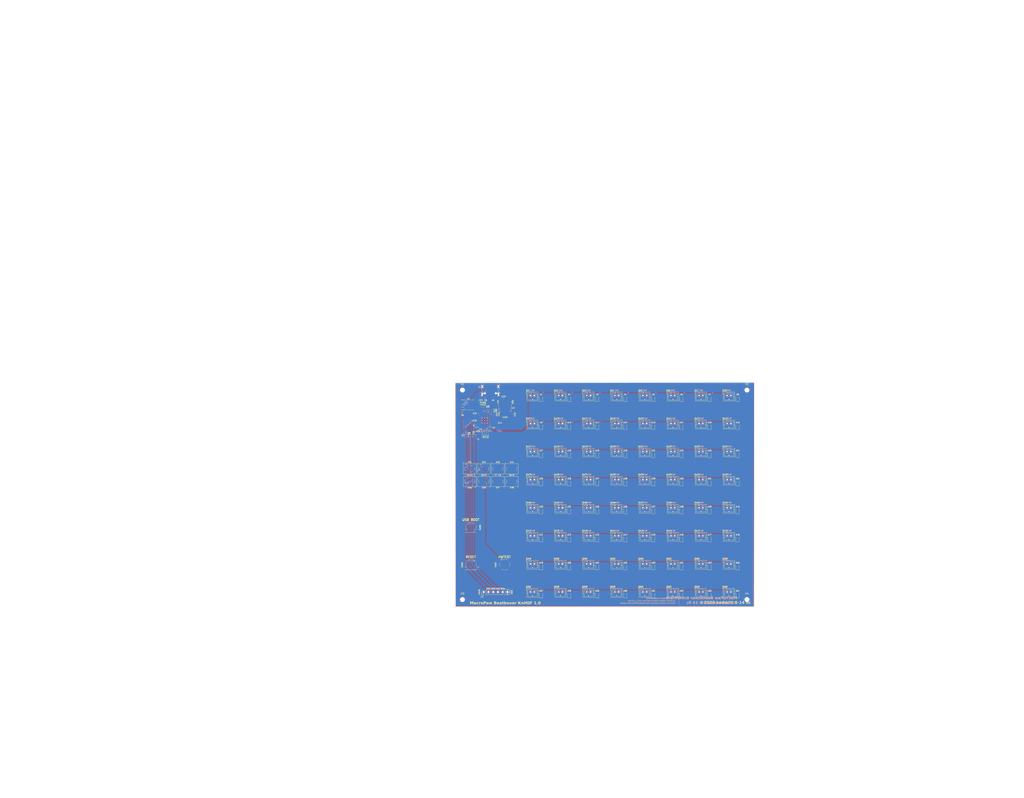
<source format=kicad_pcb>
(kicad_pcb (version 20241229) (generator "pcbnew") (generator_version "9.0")
  (layers (0 "F.Cu" signal) (2 "B.Cu" signal) (13 "F.Paste" user) (15 "B.Paste" user) (5 "F.SilkS" user "F.Silkscreen") (7 "B.SilkS" user "B.Silkscreen") (1 "F.Mask" user) (3 "B.Mask" user) (25 "Edge.Cuts" user))
  (net 0 "")
  (net 1 "+5V")
  (net 2 "GND")
  (net 3 "+1V1")
  (net 4 "+3V3")
  (net 5 "/XIN")
  (net 6 "Net-(C26-Pad1)")
  (net 7 "Net-(D1-A)")
  (net 8 "Net-(D2-A)")
  (net 9 "Net-(D3-A)")
  (net 10 "Net-(D4-A)")
  (net 11 "Net-(D5-A)")
  (net 12 "Net-(D6-A)")
  (net 13 "Net-(D7-A)")
  (net 14 "Net-(D8-A)")
  (net 15 "Net-(D9-A)")
  (net 16 "Net-(D10-A)")
  (net 17 "/USB_CC1")
  (net 18 "/USB_D+")
  (net 19 "/USB_D-")
  (net 21 "/USB_CC2")
  (net 23 "/~{USB_BOOT}")
  (net 24 "/RUN")
  (net 25 "/NEOPXL")
  (net 26 "Net-(NP1-DOUT)")
  (net 27 "Net-(NP2-DOUT)")
  (net 28 "Net-(NP3-DOUT)")
  (net 29 "Net-(NP4-DOUT)")
  (net 30 "Net-(NP6-DOUT)")
  (net 31 "/QSPI_SS")
  (net 32 "/XOUT")
  (net 33 "/NEO3V3")
  (net 34 "/QSPI_SD1")
  (net 35 "/QSPI_SD2")
  (net 36 "/QSPI_SD0")
  (net 37 "/QSPI_SCLK")
  (net 38 "/QSPI_SD3")
  (net 39 "Net-(D11-A)")
  (net 40 "Net-(D12-A)")
  (net 41 "Net-(D13-A)")
  (net 42 "Net-(D14-A)")
  (net 43 "Net-(D15-A)")
  (net 44 "Net-(D16-A)")
  (net 45 "Net-(D17-A)")
  (net 46 "Net-(D18-A)")
  (net 47 "Net-(D19-A)")
  (net 48 "Net-(D20-A)")
  (net 49 "Net-(D21-A)")
  (net 50 "Net-(D22-A)")
  (net 51 "Net-(D23-A)")
  (net 52 "Net-(D24-A)")
  (net 53 "Net-(D25-A)")
  (net 54 "Net-(D26-A)")
  (net 55 "Net-(D27-A)")
  (net 56 "Net-(D28-A)")
  (net 57 "Net-(D29-A)")
  (net 58 "Net-(D30-A)")
  (net 59 "Net-(D31-A)")
  (net 60 "Net-(D32-A)")
  (net 61 "Net-(D33-A)")
  (net 62 "Net-(D34-A)")
  (net 63 "Net-(D35-A)")
  (net 64 "Net-(D36-A)")
  (net 65 "Net-(D37-A)")
  (net 66 "Net-(D38-A)")
  (net 67 "Net-(D39-A)")
  (net 68 "COL0")
  (net 69 "Net-(D40-A)")
  (net 70 "Net-(D41-A)")
  (net 71 "Net-(D42-A)")
  (net 72 "Net-(D43-A)")
  (net 73 "Net-(D44-A)")
  (net 74 "Net-(D45-A)")
  (net 75 "Net-(D46-A)")
  (net 76 "Net-(D47-A)")
  (net 77 "Net-(D48-A)")
  (net 78 "Net-(D49-A)")
  (net 79 "Net-(D50-A)")
  (net 80 "Net-(D51-A)")
  (net 81 "Net-(D52-A)")
  (net 82 "Net-(D53-A)")
  (net 83 "Net-(D54-A)")
  (net 84 "Net-(D55-A)")
  (net 85 "Net-(D56-A)")
  (net 86 "Net-(D57-A)")
  (net 87 "Net-(D58-A)")
  (net 88 "Net-(D59-A)")
  (net 89 "Net-(D60-A)")
  (net 90 "Net-(D61-A)")
  (net 91 "Net-(D62-A)")
  (net 92 "Net-(D63-A)")
  (net 93 "Net-(D64-A)")
  (net 94 "/GPIO3")
  (net 95 "/GPIO2")
  (net 96 "/GPIO1")
  (net 97 "Net-(NP5-DOUT)")
  (net 98 "Net-(NP7-DOUT)")
  (net 100 "Net-(U3-USB_DP)")
  (net 101 "Net-(U3-USB_DM)")
  (net 106 "COL1")
  (net 107 "COL2")
  (net 108 "COL3")
  (net 109 "COL4")
  (net 110 "COL5")
  (net 111 "COL6")
  (net 112 "COL7")
  (net 113 "ROW0")
  (net 114 "ROW1")
  (net 115 "ROW2")
  (net 116 "ROW3")
  (net 117 "ROW4")
  (net 118 "ROW5")
  (net 119 "ROW6")
  (net 120 "ROW7")
  (net 121 "/GPIO4")
  (net 126 "/HWTEST")
  (footprint "Connector_JST:JST_PH_B2B-PH-K_1x02_P2.00mm_Vertical" (layer "F.Cu") (at 135.42 56.91)
    (property "Reference" "SW22")
    (property "Value" "SW_Push_45deg")
  )
  (footprint "Connector_JST:JST_PH_B2B-PH-K_1x02_P2.00mm_Vertical" (layer "F.Cu") (at 105.42 131.91)
    (property "Reference" "SW60")
    (property "Value" "SW_Push_45deg")
  )
  (footprint "MountingHole:MountingHole_2.2mm_M2" (layer "F.Cu") (at 24 24)
    (property "Reference" "H1")
    (property "Value" "MountingHole")
  )
  (footprint "Capacitor_SMD:C_0402_1005Metric" (layer "F.Cu") (at 39.7025 35.475)
    (property "Reference" "C21")
    (property "Value" "1uF")
  )
  (footprint "Connector_JST:JST_PH_B2B-PH-K_1x02_P2.00mm_Vertical" (layer "F.Cu") (at 105.42 116.91)
    (property "Reference" "SW52")
    (property "Value" "SW_Push_45deg")
  )
  (footprint "Capacitor_SMD:C_0402_1005Metric" (layer "F.Cu") (at 34.407746 45.77 180)
    (property "Reference" "C25")
    (property "Value" "30pF")
  )
  (footprint "Capacitor_SMD:C_0402_1005Metric" (layer "F.Cu") (at 52.94 69.49 180)
    (property "Reference" "C4")
    (property "Value" "10uF")
  )
  (footprint "Connector_JST:JST_PH_B2B-PH-K_1x02_P2.00mm_Vertical" (layer "F.Cu") (at 90.42 26.91)
    (property "Reference" "SW3")
    (property "Value" "SW_Push_45deg")
  )
  (footprint "LED_SMD:LED_WS2812B_PLCC4_5.0x5.0mm_P3.2mm" (layer "F.Cu") (at 42.88 72.87 180)
    (property "Reference" "NP7")
    (property "Value" "WS2812B")
  )
  (footprint "Capacitor_SMD:C_0402_1005Metric" (layer "F.Cu") (at 30.6625 41.13 180)
    (property "Reference" "C16")
    (property "Value" "100nF")
  )
  (footprint "MCU_RaspberryPi_and_Boards:RP2040-QFN-56" (layer "F.Cu") (at 35.807746 40.29)
    (property "Reference" "U3")
    (property "Value" "RP2040")
  )
  (footprint "Diode_SMD:D_SOD-323" (layer "F.Cu") (at 125.97 118.5375 90)
    (property "Reference" "D53")
    (property "Value" "1N4148")
  )
  (footprint "Diode_SMD:D_SOD-323" (layer "F.Cu") (at 110.97 28.5375 90)
    (property "Reference" "D4")
    (property "Value" "1N4148")
  )
  (footprint "Diode_SMD:D_SOD-323" (layer "F.Cu") (at 65.97 43.5375 90)
    (property "Reference" "D9")
    (property "Value" "1N4148")
  )
  (footprint "Capacitor_SMD:C_0402_1005Metric" (layer "F.Cu") (at 30.42 69.49 180)
    (property "Reference" "C1")
    (property "Value" "10uF")
  )
  (footprint "Connector_JST:JST_PH_B2B-PH-K_1x02_P2.00mm_Vertical" (layer "F.Cu") (at 150.42 116.91)
    (property "Reference" "SW55")
    (property "Value" "SW_Push_45deg")
  )
  (footprint "Connector_JST:JST_PH_B2B-PH-K_1x02_P2.00mm_Vertical" (layer "F.Cu") (at 150.42 71.91)
    (property "Reference" "SW31")
    (property "Value" "SW_Push_45deg")
  )
  (footprint "Connector_JST:JST_PH_B2B-PH-K_1x02_P2.00mm_Vertical" (layer "F.Cu") (at 90.42 56.91)
    (property "Reference" "SW19")
    (property "Value" "SW_Push_45deg")
  )
  (footprint "MountingHole:MountingHole_2.2mm_M2" (layer "F.Cu") (at 176 24)
    (property "Reference" "H2")
    (property "Value" "MountingHole")
  )
  (footprint "Button_Switch_SMD:SW_SPST_TL3342" (layer "F.Cu") (at 28.56 117.46 180)
    (property "Reference" "SW65")
    (property "Value" "SW_Push")
  )
  (footprint "Diode_SMD:D_SOD-323" (layer "F.Cu") (at 170.97 118.5375 90)
    (property "Reference" "D56")
    (property "Value" "1N4148")
  )
  (footprint "Capacitor_SMD:C_0402_1005Metric" (layer "F.Cu") (at 40.9325 37.455)
    (property "Reference" "C12")
    (property "Value" "100nF")
  )
  (footprint "Connector_JST:JST_PH_B2B-PH-K_1x02_P2.00mm_Vertical" (layer "F.Cu") (at 75.42 71.91)
    (property "Reference" "SW26")
    (property "Value" "SW_Push_45deg")
  )
  (footprint "Capacitor_SMD:C_0402_1005Metric" (layer "F.Cu") (at 27.81 48.84 90)
    (property "Reference" "C9")
    (property "Value" "10uF")
  )
  (footprint "Diode_SMD:D_SOD-323" (layer "F.Cu") (at 80.97 88.5375 90)
    (property "Reference" "D34")
    (property "Value" "1N4148")
  )
  (footprint "Diode_SMD:D_SOD-323" (layer "F.Cu") (at 125.97 88.5375 90)
    (property "Reference" "D37")
    (property "Value" "1N4148")
  )
  (footprint "Diode_SMD:D_SOD-323" (layer "F.Cu") (at 95.97 133.5375 90)
    (property "Reference" "D59")
    (property "Value" "1N4148")
  )
  (footprint "Diode_SMD:D_SOD-323" (layer "F.Cu") (at 110.97 133.5375 90)
    (property "Reference" "D60")
    (property "Value" "1N4148")
  )
  (footprint "Connector_JST:JST_PH_B2B-PH-K_1x02_P2.00mm_Vertical" (layer "F.Cu") (at 135.42 41.91)
    (property "Reference" "SW14")
    (property "Value" "SW_Push_45deg")
  )
  (footprint "Diode_SMD:D_SOD-323" (layer "F.Cu") (at 155.97 88.5375 90)
    (property "Reference" "D39")
    (property "Value" "1N4148")
  )
  (footprint "Diode_SMD:D_SOD-323" (layer "F.Cu") (at 95.97 58.5375 90)
    (property "Reference" "D19")
    (property "Value" "1N4148")
  )
  (footprint "Diode_SMD:D_SOD-323" (layer "F.Cu") (at 110.97 73.5375 90)
    (property "Reference" "D28")
    (property "Value" "1N4148")
  )
  (footprint "Capacitor_SMD:C_0402_1005Metric" (layer "F.Cu") (at 47.92 69.49)
    (property "Reference" "C8")
    (property "Value" "10uF")
  )
  (footprint "Capacitor_SMD:C_0402_1005Metric" (layer "F.Cu") (at 50.85 37.0275 90)
    (property "Reference" "C23")
    (property "Value" "10uF")
  )
  (footprint "Connector_JST:JST_PH_B2B-PH-K_1x02_P2.00mm_Vertical" (layer "F.Cu") (at 75.42 86.91)
    (property "Reference" "SW34")
    (property "Value" "SW_Push_45deg")
  )
  (footprint "Connector_JST:JST_PH_B2B-PH-K_1x02_P2.00mm_Vertical" (layer "F.Cu") (at 135.42 116.91)
    (property "Reference" "SW54")
    (property "Value" "SW_Push_45deg")
  )
  (footprint "Capacitor_SMD:C_0402_1005Metric" (layer "F.Cu") (at 32.4825 29.93 -90)
    (property "Reference" "C24")
    (property "Value" "10uF")
  )
  (footprint "Connector_JST:JST_PH_B2B-PH-K_1x02_P2.00mm_Vertical" (layer "F.Cu") (at 165.42 131.91)
    (property "Reference" "SW64")
    (property "Value" "SW_Push_45deg")
  )
  (footprint "Diode_SMD:D_SOD-323" (layer "F.Cu") (at 155.97 73.5375 90)
    (property "Reference" "D31")
    (property "Value" "1N4148")
  )
  (footprint "Diode_SMD:D_SOD-323" (layer "F.Cu") (at 65.97 88.5375 90)
    (property "Reference" "D33")
    (property "Value" "1N4148")
  )
  (footprint "Connector_JST:JST_PH_B2B-PH-K_1x02_P2.00mm_Vertical" (layer "F.Cu") (at 75.42 116.91)
    (property "Reference" "SW50")
    (property "Value" "SW_Push_45deg")
  )
  (footprint "Capacitor_SMD:C_0402_1005Metric" (layer "F.Cu") (at 40.27 69.49)
    (property "Reference" "C7")
    (property "Value" "10uF")
  )
  (footprint "Resistor_SMD:R_0402_1005Metric" (layer "F.Cu") (at 40.74 28.49 180)
    (property "Reference" "R4")
    (property "Value" "5.1k")
  )
  (footprint "Diode_SMD:D_SOD-323" (layer "F.Cu") (at 95.97 43.5375 90)
    (property "Reference" "D11")
    (property "Value" "1N4148")
  )
  (footprint "Diode_SMD:D_SOD-323" (layer "F.Cu") (at 170.97 43.5375 90)
    (property "Reference" "D16")
    (property "Value" "1N4148")
  )
  (footprint "Diode_SMD:D_SOD-323" (layer "F.Cu") (at 110.97 43.5375 90)
    (property "Reference" "D12")
    (property "Value" "1N4148")
  )
  (footprint "Connector_JST:JST_PH_B2B-PH-K_1x02_P2.00mm_Vertical" (layer "F.Cu") (at 105.42 41.91)
    (property "Reference" "SW12")
    (property "Value" "SW_Push_45deg")
  )
  (footprint "Connector_JST:JST_PH_B2B-PH-K_1x02_P2.00mm_Vertical" (layer "F.Cu") (at 90.42 101.91)
    (property "Reference" "SW43")
    (property "Value" "SW_Push_45deg")
  )
  (footprint "LED_SMD:LED_WS2812B_PLCC4_5.0x5.0mm_P3.2mm" (layer "F.Cu") (at 42.88 66.1)
    (property "Reference" "NP3")
    (property "Value" "WS2812B")
  )
  (footprint "Diode_SMD:D_SOD-323" (layer "F.Cu") (at 95.97 88.5375 90)
    (property "Reference" "D35")
    (property "Value" "1N4148")
  )
  (footprint "Diode_SMD:D_SOD-323" (layer "F.Cu") (at 80.97 58.5375 90)
    (property "Reference" "D18")
    (property "Value" "1N4148")
  )
  (footprint "Connector_JST:JST_PH_B2B-PH-K_1x02_P2.00mm_Vertical" (layer "F.Cu") (at 60.42 131.91)
    (property "Reference" "SW57")
    (property "Value" "SW_Push_45deg")
  )
  (footprint "Capacitor_SMD:C_0402_1005Metric" (layer "F.Cu") (at 29.83 48.8 90)
    (property "Reference" "C26")
    (property "Value" "30pF")
  )
  (footprint "Diode_SMD:D_SOD-323" (layer "F.Cu") (at 170.97 28.5375 90)
    (property "Reference" "D8")
    (property "Value" "1N4148")
  )
  (footprint "Resistor_SMD:R_0402_1005Metric" (layer "F.Cu") (at 35.4225 47.29 -90)
    (property "Reference" "R6")
    (property "Value" "1k")
  )
  (footprint "Diode_SMD:D_SOD-323" (layer "F.Cu") (at 140.97 118.5375 90)
    (property "Reference" "D54")
    (property "Value" "1N4148")
  )
  (footprint "Diode_SMD:D_SOD-323" (layer "F.Cu") (at 65.97 133.5375 90)
    (property "Reference" "D57")
    (property "Value" "1N4148")
  )
  (footprint "Diode_SMD:D_SOD-323" (layer "F.Cu") (at 140.97 103.5375 90)
    (property "Reference" "D46")
    (property "Value" "1N4148")
  )
  (footprint "Connector_JST:JST_PH_B2B-PH-K_1x02_P2.00mm_Vertical" (layer "F.Cu") (at 150.42 86.91)
    (property "Reference" "SW39")
    (property "Value" "SW_Push_45deg")
  )
  (footprint "Capacitor_SMD:C_0402_1005Metric" (layer "F.Cu") (at 38.1025 34.335 -90)
    (property "Reference" "R2")
    (property "Value" "27")
  )
  (footprint "Connector_JST:JST_PH_B2B-PH-K_1x02_P2.00mm_Vertical" (layer "F.Cu") (at 90.42 131.91)
    (property "Reference" "SW59")
    (property "Value" "SW_Push_45deg")
  )
  (footprint "Capacitor_SMD:C_0402_1005Metric" (layer "F.Cu") (at 37.88 69.49 180)
    (property "Reference" "C2")
    (property "Value" "10uF")
  )
  (footprint "Diode_SMD:D_SOD-323" (layer "F.Cu") (at 65.97 103.5375 90)
    (property "Reference" "D41")
    (property "Value" "1N4148")
  )
  (footprint "Capacitor_SMD:C_0402_1005Metric" (layer "F.Cu") (at 30.5325 37.43 180)
    (property "Reference" "C15")
    (property "Value" "100nF")
  )
  (footprint "Diode_SMD:D_SOD-323" (layer "F.Cu") (at 110.97 58.5375 90)
    (property "Reference" "D20")
    (property "Value" "1N4148")
  )
  (footprint "Connector_JST:JST_PH_B2B-PH-K_1x02_P2.00mm_Vertical" (layer "F.Cu") (at 150.42 41.91)
    (property "Reference" "SW15")
    (property "Value" "SW_Push_45deg")
  )
  (footprint "Connector_JST:JST_PH_B2B-PH-K_1x02_P2.00mm_Vertical" (layer "F.Cu") (at 120.42 41.91)
    (property "Reference" "SW13")
    (property "Value" "SW_Push_45deg")
  )
  (footprint "Diode_SMD:D_SOD-323" (layer "F.Cu") (at 125.97 133.5375 90)
    (property "Reference" "D61")
    (property "Value" "1N4148")
  )
  (footprint "Connector_JST:JST_PH_B2B-PH-K_1x02_P2.00mm_Vertical" (layer "F.Cu") (at 120.42 101.91)
    (property "Reference" "SW45")
    (property "Value" "SW_Push_45deg")
  )
  (footprint "Diode_SMD:D_SOD-323" (layer "F.Cu") (at 140.97 88.5375 90)
    (property "Reference" "D38")
    (property "Value" "1N4148")
  )
  (footprint "Connector_JST:JST_PH_B2B-PH-K_1x02_P2.00mm_Vertical" (layer "F.Cu") (at 75.42 101.91)
    (property "Reference" "SW42")
    (property "Value" "SW_Push_45deg")
  )
  (footprint "Connector_JST:JST_PH_B2B-PH-K_1x02_P2.00mm_Vertical" (layer "F.Cu") (at 90.42 41.91)
    (property "Reference" "SW11")
    (property "Value" "SW_Push_45deg")
  )
  (footprint "Connector_JST:JST_PH_B2B-PH-K_1x02_P2.00mm_Vertical" (layer "F.Cu") (at 165.42 116.91)
    (property "Reference" "SW56")
    (property "Value" "SW_Push_45deg")
  )
  (footprint "Connector_JST:JST_PH_B2B-PH-K_1x02_P2.00mm_Vertical" (layer "F.Cu") (at 165.42 56.91)
    (property "Reference" "SW24")
    (property "Value" "SW_Push_45deg")
  )
  (footprint "Diode_SMD:D_SOD-323" (layer "F.Cu") (at 170.97 58.5375 90)
    (property "Reference" "D24")
    (property "Value" "1N4148")
  )
  (footprint "Connector_JST:JST_PH_B2B-PH-K_1x02_P2.00mm_Vertical" (layer "F.Cu") (at 60.42 101.91)
    (property "Reference" "SW41")
    (property "Value" "SW_Push_45deg")
  )
  (footprint "Diode_SMD:D_SOD-323" (layer "F.Cu") (at 155.97 103.5375 90)
    (property "Reference" "D47")
    (property "Value" "1N4148")
  )
  (footprint "Connector_JST:JST_PH_B2B-PH-K_1x02_P2.00mm_Vertical" (layer "F.Cu") (at 135.42 86.91)
    (property "Reference" "SW38")
    (property "Value" "SW_Push_45deg")
  )
  (footprint "Diode_SMD:D_SOD-323" (layer "F.Cu") (at 65.97 28.5375 90)
    (property "Reference" "D1")
    (property "Value" "1N4148")
  )
  (footprint "Connector_JST:JST_PH_B2B-PH-K_1x02_P2.00mm_Vertical" (layer "F.Cu") (at 150.42 56.91)
    (property "Reference" "SW23")
    (property "Value" "SW_Push_45deg")
  )
  (footprint "Connector_JST:JST_PH_B2B-PH-K_1x02_P2.00mm_Vertical" (layer "F.Cu") (at 105.42 71.91)
    (property "Reference" "SW28")
    (property "Value" "SW_Push_45deg")
  )
  (footprint "Connector_JST:JST_PH_B2B-PH-K_1x02_P2.00mm_Vertical" (layer "F.Cu") (at 105.42 26.91)
    (property "Reference" "SW4")
    (property "Value" "SW_Push_45deg")
  )
  (footprint "Connector_JST:JST_PH_B2B-PH-K_1x02_P2.00mm_Vertical" (layer "F.Cu") (at 105.42 86.91)
    (property "Reference" "SW36")
    (property "Value" "SW_Push_45deg")
  )
  (footprint "Connector_JST:JST_PH_B2B-PH-K_1x02_P2.00mm_Vertical" (layer "F.Cu") (at 135.42 26.91)
    (property "Reference" "SW6")
    (property "Value" "SW_Push_45deg")
  )
  (footprint "Connector_JST:JST_PH_B2B-PH-K_1x02_P2.00mm_Vertical" (layer "F.Cu") (at 165.42 101.91)
    (property "Reference" "SW48")
    (property "Value" "SW_Push_45deg")
  )
  (footprint "Capacitor_SMD:C_0402_1005Metric" (layer "F.Cu") (at 25.46 69.49)
    (property "Reference" "C5")
    (property "Value" "10uF")
  )
  (footprint "Capacitor_SMD:C_0402_1005Metric" (layer "F.Cu") (at 33.02 69.49)
    (property "Reference" "C6")
    (property "Value" "10uF")
  )
  (footprint "Capacitor_SMD:C_0402_1005Metric" (layer "F.Cu") (at 35.1025 33.25 90)
    (property "Reference" "C19")
    (property "Value" "100nF")
  )
  (footprint "Capacitor_SMD:C_0402_1005Metric" (layer "F.Cu") (at 40.9345 36.467)
    (property "Reference" "C13")
    (property "Value" "100nF")
  )
  (footprint "Connector_JST:JST_PH_B2B-PH-K_1x02_P2.00mm_Vertical" (layer "F.Cu") (at 90.42 116.91)
    (property "Reference" "SW51")
    (property "Value" "SW_Push_45deg")
  )
  (footprint "Connector_JST:JST_PH_B2B-PH-K_1x02_P2.00mm_Vertical" (layer "F.Cu") (at 120.42 116.91)
    (property "Reference" "SW53")
    (property "Value" "SW_Push_45deg")
  )
  (footprint "LED_SMD:LED_WS2812B_PLCC4_5.0x5.0mm_P3.2mm" (layer "F.Cu") (at 35.38 72.87 180)
    (property "Reference" "NP6")
    (property "Value" "WS2812B")
  )
  (footprint "Diode_SMD:D_SOD-323" (layer "F.Cu") (at 140.97 43.5375 90)
    (property "Reference" "D14")
    (property "Value" "1N4148")
  )
  (footprint "Diode_SMD:D_SOD-323" (layer "F.Cu") (at 110.97 118.5375 90)
    (property "Reference" "D52")
    (property "Value" "1N4148")
  )
  (footprint "Connector_JST:JST_PH_B2B-PH-K_1x02_P2.00mm_Vertical" (layer "F.Cu") (at 150.42 101.91)
    (property "Reference" "SW47")
    (property "Value" "SW_Push_45deg")
  )
  (footprint "Diode_SMD:D_SOD-323" (layer "F.Cu") (at 80.97 103.5375 90)
    (property "Reference" "D42")
    (property "Value" "1N4148")
  )
  (footprint "Diode_SMD:D_SOD-323" (layer "F.Cu") (at 155.97 118.5375 90)
    (property "Reference" "D55")
    (property "Value" "1N4148")
  )
  (footprint "Capacitor_SMD:C_0402_1005Metric" (layer "F.Cu") (at 36.0925 33.25 90)
    (property "Reference" "C18")
    (property "Value" "100nF")
  )
  (footprint "Connector_JST:JST_PH_B2B-PH-K_1x02_P2.00mm_Vertical" (layer "F.Cu") (at 150.42 26.91)
    (property "Reference" "SW7")
    (property "Value" "SW_Push_45deg")
  )
  (footprint "MountingHole:MountingHole_2.2mm_M2" (layer "F.Cu") (at 24 136)
    (property "Reference" "H3")
    (property "Value" "MountingHole")
  )
  (footprint "Capacitor_SMD:C_0402_1005Metric" (layer "F.Cu") (at 37.1225 34.33 -90)
    (property "Reference" "R1")
    (property "Value" "27")
  )
  (footprint "LED_SMD:LED_WS2812B_PLCC4_5.0x5.0mm_P3.2mm" (layer "F.Cu") (at 50.38 72.87 180)
    (property "Reference" "NP8")
    (property "Value" "WS2812B")
  )
  (footprint "Diode_SMD:D_SOD-323" (layer "F.Cu") (at 140.97 133.5375 90)
    (property "Reference" "D62")
    (property "Value" "1N4148")
  )
  (footprint "Connector_JST:JST_PH_B2B-PH-K_1x02_P2.00mm_Vertical" (layer "F.Cu") (at 135.42 131.91)
    (property "Reference" "SW62")
    (property "Value" "SW_Push_45deg")
  )
  (footprint "Diode_SMD:D_SOD-323" (layer "F.Cu") (at 80.97 28.5375 90)
    (property "Reference" "D2")
    (property "Value" "1N4148")
  )
  (footprint "Diode_SMD:D_SOD-323" (layer "F.Cu") (at 170.97 133.5375 90)
    (property "Reference" "D64")
    (property "Value" "1N4148")
  )
  (footprint "Connector_JST:JST_PH_B2B-PH-K_1x02_P2.00mm_Vertical" (layer "F.Cu") (at 90.42 86.91)
    (property "Reference" "SW35")
    (property "Value" "SW_Push_45deg")
  )
  (footprint "Connector_JST:JST_PH_B2B-PH-K_1x02_P2.00mm_Vertical" (layer "F.Cu") (at 75.42 26.91)
    (property "Reference" "SW2")
    (property "Value" "SW_Push_45deg")
  )
  (footprint "Capacitor_SMD:C_0402_1005Metric" (layer "F.Cu") (at 39.6925 34.475)
    (property "Reference" "C20")
    (property "Value" "1uF")
  )
  (footprint "Diode_SMD:D_SOD-323" (layer "F.Cu") (at 125.97 73.5375 90)
    (property "Reference" "D29")
    (property "Value" "1N4148")
  )
  (footprint "Diode_SMD:D_SOD-323" (layer "F.Cu") (at 95.97 28.5375 90)
    (property "Reference" "D3")
    (property "Value" "1N4148")
  )
  (footprint "Connector_JST:JST_PH_B2B-PH-K_1x02_P2.00mm_Vertical" (layer "F.Cu") (at 165.42 41.91)
    (property "Reference" "SW16")
    (property "Value" "SW_Push_45deg")
  )
  (footprint "LED_SMD:LED_WS2812B_PLCC4_5.0x5.0mm_P3.2mm" (layer "F.Cu") (at 50.38 66.1)
    (property "Reference" "NP4")
    (property "Value" "WS2812B")
  )
  (footprint "Connector_JST:JST_PH_B2B-PH-K_1x02_P2.00mm_Vertical" (layer "F.Cu") (at 120.42 56.91)
    (property "Reference" "SW21")
    (property "Value" "SW_Push_45deg")
  )
  (footprint "Connector_JST:JST_PH_B2B-PH-K_1x02_P2.00mm_Vertical" (layer "F.Cu") (at 90.42 71.91)
    (property "Reference" "SW27")
    (property "Value" "SW_Push_45deg")
  )
  (footprint "Package_TO_SOT_SMD:SOT-223-3_TabPin2" (layer "F.Cu") (at 46.7225 33.53 -90)
    (property "Reference" "U2")
    (property "Value" "AMS1117-3.3")
  )
  (footprint "Diode_SMD:D_SOD-323" (layer "F.Cu") (at 80.97 73.5375 90)
    (property "Reference" "D26")
    (property "Value" "1N4148")
  )
  (footprint "Connector_JST:JST_PH_B2B-PH-K_1x02_P2.00mm_Vertical" (layer "F.Cu") (at 120.42 86.91)
    (property "Reference" "SW37")
    (property "Value" "SW_Push_45deg")
  )
  (footprint "Connector_JST:JST_PH_B2B-PH-K_1x02_P2.00mm_Vertical" (layer "F.Cu") (at 165.42 71.91)
    (property "Reference" "SW32")
    (property "Value" "SW_Push_45deg")
  )
  (footprint "LED_SMD:LED_WS2812B_PLCC4_5.0x5.0mm_P3.2mm" (layer "F.Cu") (at 27.88 66.1)
    (property "Reference" "NP1")
    (property "Value" "WS2812B")
  )
  (footprint "Connector_JST:JST_PH_B2B-PH-K_1x02_P2.00mm_Vertical" (layer "F.Cu") (at 105.42 101.91)
    (property "Reference" "SW44")
    (property "Value" "SW_Push_45deg")
  )
  (footprint "Connector_JST:JST_PH_B2B-PH-K_1x02_P2.00mm_Vertical" (layer "F.Cu") (at 105.42 56.91)
    (property "Reference" "SW20")
    (property "Value" "SW_Push_45deg")
  )
  (footprint "Diode_SMD:D_SOD-323" (layer "F.Cu") (at 80.97 43.5375 90)
    (property "Reference" "D10")
    (property "Value" "1N4148")
  )
  (footprint "Capacitor_SMD:C_0402_1005Metric" (layer "F.Cu") (at 41.98 41.52)
    (property "Reference" "C14")
    (property "Value" "100nF")
  )
  (footprint "Connector_JST:JST_PH_B2B-PH-K_1x02_P2.00mm_Vertical" (layer "F.Cu") (at 165.42 86.91)
    (property "Reference" "SW40")
    (property "Value" "SW_Push_45deg")
  )
  (footprint "Diode_SMD:D_SOD-323" (layer "F.Cu") (at 110.97 103.5375 90)
    (property "Reference" "D44")
    (property "Value" "1N4148")
  )
  (footprint "LED_SMD:LED_WS2812B_PLCC4_5.0x5.0mm_P3.2mm" (layer "F.Cu") (at 35.38 66.1)
    (property "Reference" "NP2")
    (property "Value" "WS2812B")
  )
  (footprint "Diode_SMD:D_SOD-323" (layer "F.Cu") (at 65.97 118.5375 90)
    (property "Reference" "D49")
    (property "Value" "1N4148")
  )
  (footprint "Capacitor_SMD:C_0402_1005Metric" (layer "F.Cu") (at 45.51 69.49 180)
    (property "Reference" "C3")
    (property "Value" "10uF")
  )
  (footprint "Connector_JST:JST_PH_B2B-PH-K_1x02_P2.00mm_Vertical" (layer "F.Cu") (at 120.42 26.91)
    (property "Reference" "SW5")
    (property "Value" "SW_Push_45deg")
  )
  (footprint "Diode_SMD:D_SOD-323" (layer "F.Cu") (at 140.97 73.5375 90)
    (property "Reference" "D30")
    (property "Value" "1N4148")
  )
  (footprint "Capacitor_SMD:C_0402_1005Metric" (layer "F.Cu") (at 37.5025 46.71 -90)
    (property "Reference" "C11")
    (property "Value" "100nF")
  )
  (footprint "Diode_SMD:D_SOD-323" (layer "F.Cu") (at 155.97 58.5375 90)
    (property "Reference" "D23")
    (property "Value" "1N4148")
  )
  (footprint "Connector_JST:JST_PH_B2B-PH-K_1x02_P2.00mm_Vertical" (layer "F.Cu") (at 135.42 101.91)
    (property "Reference" "SW46")
    (property "Value" "SW_Push_45deg")
  )
  (footprint "Diode_SMD:D_SOD-323" (layer "F.Cu") (at 125.97 58.5375 90)
    (property "Reference" "D21")
    (property "Value" "1N4148")
  )
  (footprint "Diode_SMD:D_SOD-323" (layer "F.Cu") (at 125.97 103.5375 90)
    (property "Reference" "D45")
    (property "Value" "1N4148")
  )
  (footprint "Diode_SMD:D_SOD-323" (layer "F.Cu") (at 125.97 43.5375 90)
    (property "Reference" "D13")
    (property "Value" "1N4148")
  )
  (footprint "Capacitor_SMD:C_0402_1005Metric" (layer "F.Cu") (at 24.0725 35.96 -90)
    (property "Reference" "R5")
    (property "Value" "1k")
  )
  (footprint "LED_SMD:LED_WS2812B_PLCC4_5.0x5.0mm_P3.2mm" (layer "F.Cu") (at 27.88 72.87 180)
    (property "Reference" "NP5")
    (property "Value" "WS2812B")
  )
  (footprint "Diode_SMD:D_SOD-323" (layer "F.Cu") (at 95.97 103.5375 90)
    (property "Reference" "D43")
    (property "Value" "1N4148")
  )
  (footprint "Connector_JST:JST_PH_B2B-PH-K_1x02_P2.00mm_Vertical" (layer "F.Cu") (at 60.42 116.91)
    (property "Reference" "SW49")
    (property "Value" "SW_Push_45deg")
  )
  (footprint "Diode_SMD:D_SOD-323" (layer "F.Cu") (at 170.97 73.5375 90)
    (property "Reference" "D32")
    (property "Value" "1N4148")
  )
  (footprint "Diode_SMD:D_SOD-323" (layer "F.Cu") (at 65.97 58.5375 90)
    (property "Reference" "D17")
    (property "Value" "1N4148")
  )
  (footprint "Capacitor_SMD:C_0402_1005Metric" (layer "F.Cu") (at 36.467746 46.694 -90)
    (property "Reference" "C17")
    (property "Value" "100nF")
  )
  (footprint "Connector_JST:JST_PH_B2B-PH-K_1x02_P2.00mm_Vertical" (layer "F.Cu") (at 150.42 131.91)
    (property "Reference" "SW63")
    (property "Value" "SW_Push_45deg")
  )
  (footprint "Connector_JST:JST_PH_B2B-PH-K_1x02_P2.00mm_Vertical" (layer "F.Cu") (at 75.42 56.91)
    (property "Reference" "SW18")
    (property "Value" "SW_Push_45deg")
  )
  (footprint "MountingHole:MountingHole_2.2mm_M2" (layer "F.Cu") (at 176 136)
    (property "Reference" "H4")
    (property "Value" "MountingHole")
  )
  (footprint "Connector_JST:JST_PH_B2B-PH-K_1x02_P2.00mm_Vertical" (layer "F.Cu") (at 60.42 41.91)
    (property "Reference" "SW9")
    (property "Value" "SW_Push_45deg")
  )
  (footprint "Diode_SMD:D_SOD-323" (layer "F.Cu") (at 80.97 118.5375 90)
    (property "Reference" "D50")
    (property "Value" "1N4148")
  )
  (footprint "Diode_SMD:D_SOD-323" (layer "F.Cu") (at 95.97 118.5375 90)
    (property "Reference" "D51")
    (property "Value" "1N4148")
  )
  (footprint "Diode_SMD:D_SOD-323" (layer "F.Cu") (at 140.97 58.5375 90)
    (property "Reference" "D22")
    (property "Value" "1N4148")
  )
  (footprint "Resistor_SMD:R_0402_1005Metric" (layer "F.Cu") (at 36.1 28.49)
    (property "Reference" "R3")
    (property "Value" "5.1k")
  )
  (footprint "Button_Switch_SMD:SW_SPST_TL3342" (layer "F.Cu") (at 46.56 117.3)
    (property "Reference" "SW67")
    (property "Value" "SW_Push")
  )
  (footprint "Diode_SMD:D_SOD-323" (layer "F.Cu") (at 80.97 133.5375 90)
    (property "Reference" "D58")
    (property "Value" "1N4148")
  )
  (footprint "Diode_SMD:D_SOD-323" (layer "F.Cu") (at 110.97 88.5375 90)
    (property "Reference" "D36")
    (property "Value" "1N4148")
  )
  (footprint "Diode_SMD:D_SOD-323" (layer "F.Cu") (at 125.97 28.5375 90)
    (property "Reference" "D5")
    (property "Value" "1N4148")
  )
  (footprint "Diode_SMD:D_SOD-323" (layer "F.Cu") (at 155.97 43.5375 90)
    (property "Reference" "D15")
    (property "Value" "1N4148")
  )
  (footprint "Package_TO_SOT_SMD:SOT-353_SC-70-5" (layer "F.Cu") (at 25.87 48.15 -90)
    (property "Reference" "U1")
    (property "Value" "74AHC1G125")
  )
  (footprint "Connector_USB:USB_C_Receptacle_Palconn_UTC16-G" (layer "F.Cu") (at 38.89 24.32 180)
    (property "Reference" "J1")
    (property "Value" "USB_C_Receptacle_USB2.0_16P")
  )
  (footprint "Diode_SMD:D_SOD-323" (layer "F.Cu") (at 155.97 133.5375 90)
    (property "Reference" "D63")
    (property "Value" "1N4148")
  )
  (footprint "Diode_SMD:D_SOD-323" (layer "F.Cu") (at 155.97 28.5375 90)
    (property "Reference" "D7")
    (property "Value" "1N4148")
  )
  (footprint "Diode_SMD:D_SOD-323" (layer "F.Cu") (at 170.97 103.5375 90)
    (property "Reference" "D48")
    (property "Value" "1N4148")
  )
  (footprint "Diode_SMD:D_SOD-323" (layer "F.Cu") (at 95.97 73.5375 90)
    (property "Reference" "D27")
    (property "Value" "1N4148")
  )
  (footprint "Diode_SMD:D_SOD-323" (layer "F.Cu") (at 140.97 28.5375 90)
    (property "Reference" "D6")
    (property "Value" "1N4148")
  )
  (footprint "Connector_JST:JST_PH_B2B-PH-K_1x02_P2.00mm_Vertical" (layer "F.Cu") (at 120.42 71.91)
    (property "Reference" "SW29")
    (property "Value" "SW_Push_45deg")
  )
  (footprint "Connector_JST:JST_PH_B2B-PH-K_1x02_P2.00mm_Vertical" (layer "F.Cu") (at 120.42 131.91)
    (property "Reference" "SW61")
    (property "Value" "SW_Push_45deg")
  )
  (footprint "Capacitor_SMD:C_0402_1005Metric" (layer "F.Cu") (at 31.11 42.59 -90)
    (property "Reference" "R7")
    (property "Value" "1k")
  )
  (footprint "Button_Switch_SMD:SW_SPST_TL3342" (layer "F.Cu") (at 28.56 97.46 180)
    (property "Reference" "SW66")
    (property "Value" "SW_Push")
  )
  (footprint "Diode_SMD:D_SOD-323" (layer "F.Cu") (at 170.97 88.5375 90)
    (property "Reference" "D40")
    (property "Value" "1N4148")
  )
  (footprint "Connector_JST:JST_PH_B2B-PH-K_1x02_P2.00mm_Vertical" (layer "F.Cu") (at 60.42 26.91)
    (property "Reference" "SW1")
    (property "Value" "SW_Push_45deg")
  )
  (footprint "Connector_JST:JST_PH_B2B-PH-K_1x02_P2.00mm_Vertical" (layer "F.Cu") (at 60.42 86.91)
    (property "Reference" "SW33")
    (property "Value" "SW_Push_45deg")
  )
  (footprint "Connector_JST:JST_PH_B2B-PH-K_1x02_P2.00mm_Vertical" (layer "F.Cu") (at 75.42 131.91)
    (property "Reference" "SW58")
    (property "Value" "SW_Push_45deg")
  )
  (footprint "Diode_SMD:D_SOD-323" (layer "F.Cu") (at 65.97 73.5375 90)
    (property "Reference" "D25")
    (property "Value" "1N4148")
  )
  (footprint "Connector_JST:JST_PH_B2B-PH-K_1x02_P2.00mm_Vertical" (layer "F.Cu") (at 60.42 71.91)
    (property "Reference" "SW25")
    (property "Value" "SW_Push_45deg")
  )
  (footprint "Connector_JST:JST_PH_B2B-PH-K_1x02_P2.00mm_Vertical" (layer "F.Cu") (at 165.42 26.91)
    (property "Reference" "SW8")
    (property "Value" "SW_Push_45deg")
  )
  (footprint "Capacitor_SMD:C_0402_1005Metric" (layer "F.Cu") (at 46.0275 28.56)
    (property "Reference" "C22")
    (property "Value" "10uF")
  )
  (footprint "Crystal:Crystal_SMD_3225-4Pin_3.2x2.5mm" (layer "F.Cu") (at 32.5025 48.01 180)
    (property "Reference" "Y1")
    (property "Value" "12MHz")
  )
  (footprint "Connector_JST:JST_PH_B2B-PH-K_1x02_P2.00mm_Vertical" (layer "F.Cu") (at 135.42 71.91)
    (property "Reference" "SW30")
    (property "Value" "SW_Push_45deg")
  )
  (footprint "Capacitor_SMD:C_0402_1005Metric" (layer "F.Cu") (at 33.9225 33.1 90)
    (property "Reference" "C10")
    (property "Value" "100nF")
  )
  (footprint "Connector_JST:JST_PH_B2B-PH-K_1x02_P2.00mm_Vertical" (layer "F.Cu") (at 75.42 41.91)
    (property "Reference" "SW10")
    (property "Value" "SW_Push_45deg")
  )
  (footprint "Package_SO:SOIC-8_5.3x5.3mm_P1.27mm" (layer "F.Cu") (at 27.2625 31.97)
    (property "Reference" "U4")
    (property "Value" "W25Q128JVS")
  )
  (footprint "Connector_JST:JST_PH_B2B-PH-K_1x02_P2.00mm_Vertical" (layer "F.Cu") (at 60.42 56.91)
    (property "Reference" "SW17")
    (property "Value" "SW_Push_45deg")
  )
  (footprint "Connector_PinHeader_2.54mm:PinHeader_1x06_P2.54mm_Vertical" (layer "F.Cu") (at 35.35 131.96 90)
    (property "Reference" "J2")
    (property "Value" "Conn_01x06_Pin")
  )
  (gr_line (start 139.7 134.065) (end 139.7 138.59) (stroke (width 0.15)) (layer "B.SilkS"))
  (gr_rect (start 20 20) (end 180 140) (stroke (width 0.15)) (fill no) (layer "Edge.Cuts"))
  (gr_text "GPIO4" (at 45.58 130.07 0) (layer "F.SilkS") (effects (font (size 0.5 0.5) (thickness 0.125))))
  (gr_text "USB BOOT" (at 23.733571 94 0) (layer "F.SilkS") (effects (font (size 1.2 1.2) (thickness 0.25) (bold yes)) (justify left bottom)))
  (gr_text "GND" (at 50.4 131.95 90) (layer "F.SilkS") (effects (font (size 0.7 0.7))))
  (gr_text "GPIO1" (at 37.9 130.07 0) (layer "F.SilkS") (effects (font (size 0.5 0.5) (thickness 0.125))))
  (gr_text "+3.3V" (at 32.97 132 90) (layer "F.SilkS") (effects (font (size 0.7 0.7))))
  (gr_text "GPIO3" (at 43 130.07 0) (layer "F.SilkS") (effects (font (size 0.5 0.5) (thickness 0.125))))
  (gr_text "GPIO2" (at 40.46 130.07 0) (layer "F.SilkS") (effects (font (size 0.5 0.5) (thickness 0.125))))
  (gr_text "+5V" (at 42.98 30.47 90) (layer "F.SilkS") (effects (font (size 0.7 0.7))))
  (gr_text "HWTEST" (at 42.962143 113.93 0) (layer "F.SilkS") (effects (font (size 1.2 1.2) (thickness 0.25) (bold yes)) (justify left bottom)))
  (gr_text "GND" (at 50.9275 30.35 90) (layer "F.SilkS") (effects (font (size 0.7 0.7))))
  (gr_text "+3.3V" (at 46.6 38.48 0) (layer "F.SilkS") (effects (font (size 0.7 0.7))))
  (gr_text "MacroPaw Beatboxer KnH0F 1.0" (at 27.89 138.79 0) (layer "F.SilkS") (effects (font (size 1.5 1.5) (thickness 0.3) (bold yes)) (justify left bottom)))
  (gr_text "©2025 kodachi 6·14 llc" (at 150.95 138.55 0) (layer "F.SilkS") (effects (font (size 1.5 1.5) (thickness 0.3) (bold yes)) (justify left bottom)))
  (gr_text "RESET" (at 25.58 113.93 0) (layer "F.SilkS") (effects (font (size 1.2 1.2) (thickness 0.25) (bold yes)) (justify left bottom)))
  (gr_text "SW31" (at 151.42 69.13 0) (layer "B.SilkS") (effects (font (size 0.7 0.7)) (justify mirror)))
  (gr_text "SW44" (at 106.42 99.13 0) (layer "B.SilkS") (effects (font (size 0.7 0.7)) (justify mirror)))
  (gr_text "SW10" (at 76.42 39.13 0) (layer "B.SilkS") (effects (font (size 0.7 0.7)) (justify mirror)))
  (gr_text "SW54" (at 134.32 114.13 0) (layer "B.SilkS") (effects (font (size 0.7 0.7)) (justify mirror)))
  (gr_text "MacroPaw Beatboxer KnH0F 1.0\n©2025 kodachi 6·14 llc" (at 170.795 138.59 0) (layer "B.SilkS") (effects (font (size 1.5 1.5) (thickness 0.3) (bold yes)) (justify left bottom mirror)))
  (gr_text "SW53" (at 119.32 114.13 0) (layer "B.SilkS") (effects (font (size 0.7 0.7)) (justify mirror)))
  (gr_text "GPIO2" (at 40.46 130.09 0) (layer "B.SilkS") (effects (font (size 0.5 0.5) (thickness 0.125)) (justify mirror)))
  (gr_text "SW40" (at 166.42 84.13 0) (layer "B.SilkS") (effects (font (size 0.7 0.7)) (justify mirror)))
  (gr_text "SW28" (at 106.42 69.13 0) (layer "B.SilkS") (effects (font (size 0.7 0.7)) (justify mirror)))
  (gr_text "SW46" (at 136.42 99.13 0) (layer "B.SilkS") (effects (font (size 0.7 0.7)) (justify mirror)))
  (gr_text "SW2" (at 76.42 24.13 0) (layer "B.SilkS") (effects (font (size 0.7 0.7)) (justify mirror)))
  (gr_text "SW59" (at 89.32 129.13 0) (layer "B.SilkS") (effects (font (size 0.7 0.7)) (justify mirror)))
  (gr_text "SW60" (at 104.32 129.13 0) (layer "B.SilkS") (effects (font (size 0.7 0.7)) (justify mirror)))
  (gr_text "SW1" (at 61.42 24.13 0) (layer "B.SilkS") (effects (font (size 0.7 0.7)) (justify mirror)))
  (gr_text "SW38" (at 136.42 84.13 0) (layer "B.SilkS") (effects (font (size 0.7 0.7)) (justify mirror)))
  (gr_text "SW12" (at 106.42 39.13 0) (layer "B.SilkS") (effects (font (size 0.7 0.7)) (justify mirror)))
  (gr_text "SW14" (at 136.42 39.13 0) (layer "B.SilkS") (effects (font (size 0.7 0.7)) (justify mirror)))
  (gr_text "SW9" (at 61.42 39.13 0) (layer "B.SilkS") (effects (font (size 0.7 0.7)) (justify mirror)))
  (gr_text "SW3" (at 91.42 24.13 0) (layer "B.SilkS") (effects (font (size 0.7 0.7)) (justify mirror)))
  (gr_text "OPEN SOURCE HARDWARE\nLicense: https://ohwr.org/cern_ohl_s_v2.txt\nSource: https://github.com/kodachi614/macropaw" (at 137.715 138.36 0) (layer "B.SilkS") (effects (font (size 0.75 0.75) (thickness 0.1875) (bold yes)) (justify left bottom mirror)))
  (gr_text "SW63" (at 149.32 129.13 0) (layer "B.SilkS") (effects (font (size 0.7 0.7)) (justify mirror)))
  (gr_text "SW7" (at 151.42 24.13 0) (layer "B.SilkS") (effects (font (size 0.7 0.7)) (justify mirror)))
  (gr_text "SW47" (at 151.42 99.13 0) (layer "B.SilkS") (effects (font (size 0.7 0.7)) (justify mirror)))
  (gr_text "SW24" (at 166.42 54.13 0) (layer "B.SilkS") (effects (font (size 0.7 0.7)) (justify mirror)))
  (gr_text "SW64" (at 164.32 129.13 0) (layer "B.SilkS") (effects (font (size 0.7 0.7)) (justify mirror)))
  (gr_text "SW37" (at 121.42 84.13 0) (layer "B.SilkS") (effects (font (size 0.7 0.7)) (justify mirror)))
  (gr_text "GPIO4" (at 45.53 130.09 0) (layer "B.SilkS") (effects (font (size 0.5 0.5) (thickness 0.125)) (justify mirror)))
  (gr_text "SW61" (at 119.32 129.13 0) (layer "B.SilkS") (effects (font (size 0.7 0.7)) (justify mirror)))
  (gr_text "SW16" (at 166.42 39.13 0) (layer "B.SilkS") (effects (font (size 0.7 0.7)) (justify mirror)))
  (gr_text "SW50" (at 74.32 114.13 0) (layer "B.SilkS") (effects (font (size 0.7 0.7)) (justify mirror)))
  (gr_text "SW11" (at 91.42 39.13 0) (layer "B.SilkS") (effects (font (size 0.7 0.7)) (justify mirror)))
  (gr_text "SW32" (at 166.42 69.13 0) (layer "B.SilkS") (effects (font (size 0.7 0.7)) (justify mirror)))
  (gr_text "+3.3V" (at 32.97 131.81 90) (layer "B.SilkS") (effects (font (size 0.7 0.7)) (justify mirror)))
  (gr_text "SW26" (at 76.42 69.13 0) (layer "B.SilkS") (effects (font (size 0.7 0.7)) (justify mirror)))
  (gr_text "GND" (at 50.4 131.97 90) (layer "B.SilkS") (effects (font (size 0.7 0.7)) (justify mirror)))
  (gr_text "SW45" (at 121.42 99.13 0) (layer "B.SilkS") (effects (font (size 0.7 0.7)) (justify mirror)))
  (gr_text "SW43" (at 91.42 99.13 0) (layer "B.SilkS") (effects (font (size 0.7 0.7)) (justify mirror)))
  (gr_text "SW36" (at 106.42 84.13 0) (layer "B.SilkS") (effects (font (size 0.7 0.7)) (justify mirror)))
  (gr_text "SW42" (at 76.42 99.13 0) (layer "B.SilkS") (effects (font (size 0.7 0.7)) (justify mirror)))
  (gr_text "SW6" (at 136.42 24.13 0) (layer "B.SilkS") (effects (font (size 0.7 0.7)) (justify mirror)))
  (gr_text "SW62" (at 134.32 129.13 0) (layer "B.SilkS") (effects (font (size 0.7 0.7)) (justify mirror)))
  (gr_text "SW19" (at 91.42 54.13 0) (layer "B.SilkS") (effects (font (size 0.7 0.7)) (justify mirror)))
  (gr_text "SW13" (at 121.42 39.13 0) (layer "B.SilkS") (effects (font (size 0.7 0.7)) (justify mirror)))
  (gr_text "SW35" (at 91.42 84.13 0) (layer "B.SilkS") (effects (font (size 0.7 0.7)) (justify mirror)))
  (gr_text "SW56" (at 164.32 114.13 0) (layer "B.SilkS") (effects (font (size 0.7 0.7)) (justify mirror)))
  (gr_text "SW20" (at 106.42 54.13 0) (layer "B.SilkS") (effects (font (size 0.7 0.7)) (justify mirror)))
  (gr_text "SW23" (at 151.42 54.13 0) (layer "B.SilkS") (effects (font (size 0.7 0.7)) (justify mirror)))
  (gr_text "SW29" (at 121.42 69.13 0) (layer "B.SilkS") (effects (font (size 0.7 0.7)) (justify mirror)))
  (gr_text "SW33" (at 61.42 84.13 0) (layer "B.SilkS") (effects (font (size 0.7 0.7)) (justify mirror)))
  (gr_text "SW41" (at 61.42 99.13 0) (layer "B.SilkS") (effects (font (size 0.7 0.7)) (justify mirror)))
  (gr_text "SW4" (at 106.42 24.13 0) (layer "B.SilkS") (effects (font (size 0.7 0.7)) (justify mirror)))
  (gr_text "SW5" (at 121.42 24.13 0) (layer "B.SilkS") (effects (font (size 0.7 0.7)) (justify mirror)))
  (gr_text "SW8" (at 166.42 24.13 0) (layer "B.SilkS") (effects (font (size 0.7 0.7)) (justify mirror)))
  (gr_text "SW25" (at 61.42 69.13 0) (layer "B.SilkS") (effects (font (size 0.7 0.7)) (justify mirror)))
  (gr_text "SW27" (at 91.42 69.13 0) (layer "B.SilkS") (effects (font (size 0.7 0.7)) (justify mirror)))
  (gr_text "SW58" (at 74.32 129.13 0) (layer "B.SilkS") (effects (font (size 0.7 0.7)) (justify mirror)))
  (gr_text "SW57" (at 59.32 129.13 0) (layer "B.SilkS") (effects (font (size 0.7 0.7)) (justify mirror)))
  (gr_text "SW15" (at 151.42 39.13 0) (layer "B.SilkS") (effects (font (size 0.7 0.7)) (justify mirror)))
  (gr_text "SW30" (at 136.42 69.13 0) (layer "B.SilkS") (effects (font (size 0.7 0.7)) (justify mirror)))
  (gr_text "GPIO3" (at 43 130.09 0) (layer "B.SilkS") (effects (font (size 0.5 0.5) (thickness 0.125)) (justify mirror)))
  (gr_text "SW34" (at 76.42 84.13 0) (layer "B.SilkS") (effects (font (size 0.7 0.7)) (justify mirror)))
  (gr_text "SW17" (at 61.42 54.13 0) (layer "B.SilkS") (effects (font (size 0.7 0.7)) (justify mirror)))
  (gr_text "GPIO1" (at 37.93 130.09 0) (layer "B.SilkS") (effects (font (size 0.5 0.5) (thickness 0.125)) (justify mirror)))
  (gr_text "SW22" (at 136.42 54.13 0) (layer "B.SilkS") (effects (font (size 0.7 0.7)) (justify mirror)))
  (gr_text "SW55" (at 149.32 114.13 0) (layer "B.SilkS") (effects (font (size 0.7 0.7)) (justify mirror)))
  (gr_text "SW21" (at 121.42 54.13 0) (layer "B.SilkS") (effects (font (size 0.7 0.7)) (justify mirror)))
  (gr_text "SW49" (at 59.32 114.13 0) (layer "B.SilkS") (effects (font (size 0.7 0.7)) (justify mirror)))
  (gr_text "SW52" (at 104.32 114.13 0) (layer "B.SilkS") (effects (font (size 0.7 0.7)) (justify mirror)))
  (gr_text "SW51" (at 89.32 114.13 0) (layer "B.SilkS") (effects (font (size 0.7 0.7)) (justify mirror)))
  (gr_text "SW48" (at 166.42 99.13 0) (layer "B.SilkS") (effects (font (size 0.7 0.7)) (justify mirror)))
  (gr_text "SW39" (at 151.42 84.13 0) (layer "B.SilkS") (effects (font (size 0.7 0.7)) (justify mirror)))
  (gr_text "SW18" (at 76.42 54.13 0) (layer "B.SilkS") (effects (font (size 0.7 0.7)) (justify mirror)))
  (segment (start 44.27 24.58) (end 45.5475 25.8575) (width 0.7) (layer "F.Cu") (net 1))
  (segment (start 36.801 68.779) (end 37.83 67.75) (width 0.5) (layer "F.Cu") (net 1))
  (segment (start 30.33 67.75) (end 30.9 68.32) (width 0.5) (layer "F.Cu") (net 1))
  (segment (start 40.1 24.58) (end 40.79 25.27) (width 0.7) (layer "F.Cu") (net 1))
  (segment (start 45.5475 25.8575) (end 45.5475 28.56) (width 0.7) (layer "F.Cu") (net 1))
  (segment (start 52.83 67.75) (end 53.42 68.34) (width 0.5) (layer "F.Cu") (net 1))
  (segment (start 47.44 69.49) (end 47.44 69.180001) (width 0.5) (layer "F.Cu") (net 1))
  (segment (start 33.13203 68.779) (end 36.801 68.779) (width 0.5) (layer "F.Cu") (net 1))
  (segment (start 25.53 48.11) (end 26.52 49.1) (width 0.7) (layer "F.Cu") (net 1))
  (segment (start 44.479 68.601) (end 45.33 67.75) (width 0.5) (layer "F.Cu") (net 1))
  (segment (start 39.79 69.37103) (end 40.56003 68.601) (width 0.5) (layer "F.Cu") (net 1))
  (segment (start 39.79 69.49) (end 39.79 69.37103) (width 0.5) (layer "F.Cu") (net 1))
  (segment (start 26.74 49.32) (end 26.52 49.1) (width 0.5) (layer "F.Cu") (net 1))
  (segment (start 27.81 69.9) (end 26.49 71.22) (width 0.5) (layer "F.Cu") (net 1))
  (segment (start 36.49 26.3) (end 36.78 26.01) (width 0.3) (layer "F.Cu") (net 1))
  (segment (start 37.83 67.75) (end 38.36 68.28) (width 0.5) (layer "F.Cu") (net 1))
  (segment (start 27.81 49.32) (end 27.81 65.23) (width 0.5) (layer "F.Cu") (net 1))
  (segment (start 24.98 69.49) (end 24.98 70.77) (width 0.5) (layer "F.Cu") (net 1))
  (segment (start 51.979 68.601) (end 52.83 67.75) (width 0.5) (layer "F.Cu") (net 1))
  (segment (start 26.49 71.22) (end 25.43 71.22) (width 0.5) (layer "F.Cu") (net 1))
  (segment (start 41.29 26.83) (end 41.29 26.271364) (width 0.3) (layer "F.Cu") (net 1))
  (segment (start 27.81 65.23) (end 27.81 69.9) (width 0.5) (layer "F.Cu") (net 1))
  (segment (start 27.81 49.32) (end 26.74 49.32) (width 0.5) (layer "F.Cu") (net 1))
  (segment (start 45.99 69.49) (end 47.44 69.49) (width 0.5) (layer "F.Cu") (net 1))
  (segment (start 40.56003 68.601) (end 44.479 68.601) (width 0.5) (layer "F.Cu") (net 1))
  (segment (start 45.99 68.41) (end 45.99 69.49) (width 0.5) (layer "F.Cu") (net 1))
  (segment (start 36.14 24.6) (end 36.78 25.24) (width 0.7) (layer "F.Cu") (net 1))
  (segment (start 41.48 24.58) (end 44.27 24.58) (width 0.7) (layer "F.Cu") (net 1))
  (segment (start 39.79 69.49) (end 39.79 70.58) (width 0.5) (layer "F.Cu") (net 1))
  (segment (start 30.9 69.49) (end 32.54 69.49) (width 0.5) (layer "F.Cu") (net 1))
  (segment (start 38.36 68.28) (end 38.36 69.49) (width 0.5) (layer "F.Cu") (net 1))
  (segment (start 41.29 26.271364) (end 40.79 25.771364) (width 0.3) (layer "F.Cu") (net 1))
  (segment (start 47.44 69.180001) (end 48.019001 68.601) (width 0.5) (layer "F.Cu") (net 1))
  (segment (start 32.54 69.49) (end 32.54 69.37103) (width 0.5) (layer "F.Cu") (net 1))
  (segment (start 47.44 70.73) (end 47.93 71.22) (width 0.5) (layer "F.Cu") (net 1))
  (segment (start 45.33 67.75) (end 45.99 68.41) (width 0.5) (layer "F.Cu") (net 1))
  (segment (start 24.98 48.11) (end 25.53 48.11) (width 0.7) (layer "F.Cu") (net 1))
  (segment (start 48.019001 68.601) (end 51.979 68.601) (width 0.5) (layer "F.Cu") (net 1))
  (segment (start 30.9 68.32) (end 30.9 69.49) (width 0.5) (layer "F.Cu") (net 1))
  (segment (start 32.54 69.37103) (end 33.13203 68.779) (width 0.5) (layer "F.Cu") (net 1))
  (segment (start 47.44 69.49) (end 47.44 70.73) (width 0.5) (layer "F.Cu") (net 1))
  (segment (start 36.49 26.83) (end 36.49 26.3) (width 0.3) (layer "F.Cu") (net 1))
  (segment (start 40.79 25.27) (end 41.48 24.58) (width 0.7) (layer "F.Cu") (net 1))
  (segment (start 36.78 26.01) (end 36.78 25.24) (width 0.3) (layer "F.Cu") (net 1))
  (segment (start 45.5475 29.255) (end 44.4225 30.38) (width 0.7) (layer "F.Cu") (net 1))
  (segment (start 45.5475 28.56) (end 45.5475 29.255) (width 0.7) (layer "F.Cu") (net 1))
  (segment (start 27.81 65.23) (end 30.33 67.75) (width 0.5) (layer "F.Cu") (net 1))
  (segment (start 38.36 69.49) (end 39.79 69.49) (width 0.5) (layer "F.Cu") (net 1))
  (segment (start 53.42 68.34) (end 53.42 69.49) (width 0.5) (layer "F.Cu") (net 1))
  (segment (start 39.79 70.58) (end 40.43 71.22) (width 0.5) (layer "F.Cu") (net 1))
  (segment (start 36.78 25.24) (end 37.44 24.58) (width 0.7) (layer "F.Cu") (net 1))
  (segment (start 40.79 25.771364) (end 40.79 25.27) (width 0.3) (layer "F.Cu") (net 1))
  (segment (start 24.98 70.77) (end 25.43 71.22) (width 0.5) (layer "F.Cu") (net 1))
  (segment (start 37.44 24.58) (end 40.1 24.58) (width 0.7) (layer "F.Cu") (net 1))
  (segment (start 32.54 69.49) (end 32.54 70.83) (width 0.5) (layer "F.Cu") (net 1))
  (segment (start 32.54 70.83) (end 32.93 71.22) (width 0.5) (layer "F.Cu") (net 1))
  (via (at 24.98 48.11) (size 0.6) (drill 0.3) (layers "F.Cu" "B.Cu") (net 1))
  (via (at 36.14 24.6) (size 0.6) (drill 0.3) (layers "F.Cu" "B.Cu") (net 1))
  (segment (start 24.9 48.11) (end 24.16 47.37) (width 0.7) (layer "B.Cu") (net 1))
  (segment (start 24.16 32.39) (end 31.97 24.58) (width 0.7) (layer "B.Cu") (net 1))
  (segment (start 31.97 24.58) (end 31.97 24.56) (width 0.7) (layer "B.Cu") (net 1))
  (segment (start 31.97 24.56) (end 32.57 23.96) (width 0.7) (layer "B.Cu") (net 1))
  (segment (start 24.16 47.37) (end 24.16 32.39) (width 0.7) (layer "B.Cu") (net 1))
  (segment (start 24.98 48.11) (end 24.9 48.11) (width 0.7) (layer "B.Cu") (net 1))
  (segment (start 35.5 23.96) (end 36.14 24.6) (width 0.7) (layer "B.Cu") (net 1))
  (segment (start 32.57 23.96) (end 35.5 23.96) (width 0.7) (layer "B.Cu") (net 1))
  (segment (start 33.1525 31.12) (end 33.1525 31.08) (width 0.5) (layer "F.Cu") (net 2))
  (segment (start 42.63 26.83) (end 43.21 26.25) (width 0.5) (layer "F.Cu") (net 2))
  (segment (start 33.526137 46.171609) (end 32.390891 46.171609) (width 0.4) (layer "F.Cu") (net 2))
  (segment (start 40.1725 34.475) (end 40.1725 35.465) (width 0.5) (layer "F.Cu") (net 2))
  (segment (start 35.69 26.83) (end 35.15 26.83) (width 0.5) (layer "F.Cu") (net 2))
  (segment (start 32.4675 47.99) (end 32.7325 47.99) (width 0.25) (layer "F.Cu") (net 2))
  (segment (start 40.1725 35.62) (end 40.1825 35.63) (width 0.5) (layer "F.Cu") (net 2))
  (segment (start 32.7325 47.99) (end 33.6025 48.86) (width 0.25) (layer "F.Cu") (net 2))
  (segment (start 25.0975 33.875) (end 25.1825 33.96) (width 0.5) (layer "F.Cu") (net 2))
  (segment (start 33.1525 31.08) (end 32.4825 30.41) (width 0.5) (layer "F.Cu") (net 2))
  (segment (start 33.927746 45.77) (end 33.526137 46.171609) (width 0.4) (layer "F.Cu") (net 2))
  (segment (start 33.1525 31.12) (end 33.9225 31.89) (width 0.5) (layer "F.Cu") (net 2))
  (segment (start 36.467746 47.174) (end 37.4865 47.174) (width 0.25) (layer "F.Cu") (net 2))
  (segment (start 42.09 27.65) (end 41.25 28.49) (width 0.5) (layer "F.Cu") (net 2))
  (segment (start 42.09 26.83) (end 42.63 26.83) (width 0.5) (layer "F.Cu") (net 2))
  (segment (start 31.6375 47.16) (end 32.4675 47.99) (width 0.25) (layer "F.Cu") (net 2))
  (segment (start 35.1025 32.77) (end 36.0925 32.77) (width 0.5) (layer "F.Cu") (net 2))
  (segment (start 32.390891 46.171609) (end 31.4025 47.16) (width 0.4) (layer "F.Cu") (net 2))
  (segment (start 35.69 26.83) (end 35.69 28.39) (width 0.5) (layer "F.Cu") (net 2))
  (segment (start 37.4865 47.174) (end 37.5025 47.19) (width 0.25) (layer "F.Cu") (net 2))
  (segment (start 31.4025 47.16) (end 31.6375 47.16) (width 0.25) (layer "F.Cu") (net 2))
  (segment (start 34.807746 44.89) (end 33.927746 45.77) (width 0.25) (layer "F.Cu") (net 2))
  (segment (start 42.09 26.83) (end 42.09 27.65) (width 0.5) (layer "F.Cu") (net 2))
  (segment (start 33.9225 31.89) (end 33.9225 32.62) (width 0.5) (layer "F.Cu") (net 2))
  (segment (start 23.675 33.875) (end 25.0975 33.875) (width 0.5) (layer "F.Cu") (net 2))
  (segment (start 35.15 26.83) (end 34.57 26.25) (width 0.5) (layer "F.Cu") (net 2))
  (segment (start 34.807746 43.7275) (end 34.807746 44.89) (width 0.25) (layer "F.Cu") (net 2))
  (via (at 43.84 36.01) (size 0.6) (drill 0.3) (layers "F.Cu" "B.Cu") (net 2))
  (via (at 28.66 67.83) (size 0.6) (drill 0.3) (layers "F.Cu" "B.Cu") (net 2))
  (via (at 33.1525 31.12) (size 0.6) (drill 0.3) (layers "F.Cu" "B.Cu") (net 2))
  (via (at 25.1825 33.96) (size 0.6) (drill 0.3) (layers "F.Cu" "B.Cu") (net 2))
  (via (at 43.84 34.17) (size 0.6) (drill 0.3) (layers "F.Cu" "B.Cu") (net 2))
  (via (at 28.66 64.6) (size 0.6) (drill 0.3) (layers "F.Cu" "B.Cu") (net 2))
  (segment (start 28.66 64.6) (end 28.66 67.83) (width 0.6) (layer "B.Cu") (net 2))
  (segment (start 43.84 34.17) (end 43.84 36.01) (width 0.8) (layer "B.Cu") (net 2))
  (segment (start 38.6885 35.131194) (end 38.6885 34.6015) (width 0.25) (layer "F.Cu") (net 3))
  (segment (start 36.407746 44.545246) (end 36.407746 43.7275) (width 0.25) (layer "F.Cu") (net 3))
  (segment (start 38.815 34.475) (end 39.2125 34.475) (width 0.25) (layer "F.Cu") (net 3))
  (segment (start 33.9225 33.7) (end 33.9225 33.58) (width 0.5) (layer "F.Cu") (net 3))
  (segment (start 35.607746 36.8525) (end 35.607746 35.595246) (width 0.25) (layer "F.Cu") (net 3))
  (segment (start 37.0025 45.05) (end 36.9125 45.05) (width 0.25) (layer "F.Cu") (net 3))
  (segment (start 37.607746 36.8525) (end 37.607746 35.992328) (width 0.25) (layer "F.Cu") (net 3))
  (segment (start 37.0025 45.11) (end 37.5025 45.61) (width 0.25) (layer "F.Cu") (net 3))
  (segment (start 37.5025 45.61) (end 37.5025 46.23) (width 0.25) (layer "F.Cu") (net 3))
  (segment (start 35.6125 35.39) (end 35.3825 35.16) (width 0.25) (layer "F.Cu") (net 3))
  (segment (start 35.6125 35.590492) (end 35.6125 35.39) (width 0.25) (layer "F.Cu") (net 3))
  (segment (start 38.6885 34.6015) (end 38.815 34.475) (width 0.25) (layer "F.Cu") (net 3))
  (segment (start 36.9125 45.05) (end 36.407746 44.545246) (width 0.25) (layer "F.Cu") (net 3))
  (segment (start 37.607746 35.992328) (end 37.757746 35.842328) (width 0.25) (layer "F.Cu") (net 3))
  (segment (start 35.607746 35.595246) (end 35.6125 35.590492) (width 0.25) (layer "F.Cu") (net 3))
  (segment (start 37.0025 45.05) (end 37.0025 45.11) (width 0.25) (layer "F.Cu") (net 3))
  (segment (start 35.3825 35.16) (end 33.9225 33.7) (width 0.5) (layer "F.Cu") (net 3))
  (segment (start 37.757746 35.842328) (end 37.977366 35.842328) (width 0.25) (layer "F.Cu") (net 3))
  (segment (start 37.977366 35.842328) (end 38.6885 35.131194) (width 0.25) (layer "F.Cu") (net 3))
  (via (at 37.757746 35.842328) (size 0.6) (drill 0.3) (layers "F.Cu" "B.Cu") (net 3))
  (via (at 35.3825 35.16) (size 0.6) (drill 0.3) (layers "F.Cu" "B.Cu") (net 3))
  (via (at 37.0025 45.05) (size 0.6) (drill 0.3) (layers "F.Cu" "B.Cu") (net 3))
  (segment (start 38.29 36.374582) (end 37.757746 35.842328) (width 0.5) (layer "B.Cu") (net 3))
  (segment (start 37.075418 35.16) (end 37.757746 35.842328) (width 0.5) (layer "B.Cu") (net 3))
  (segment (start 38.29 43.7625) (end 37.0025 45.05) (width 0.5) (layer "B.Cu") (net 3))
  (segment (start 38.29 43.7625) (end 38.29 36.374582) (width 0.5) (layer "B.Cu") (net 3))
  (segment (start 35.3825 35.16) (end 37.075418 35.16) (width 0.5) (layer "B.Cu") (net 3))
  (segment (start 38.3125 41.29) (end 38.2925 41.31) (width 0.25) (layer "F.Cu") (net 4))
  (segment (start 35.0725 33.73) (end 35.1025 33.73) (width 0.25) (layer "F.Cu") (net 4))
  (segment (start 40.4545 36.467) (end 40.4545 37.453) (width 0.5) (layer "F.Cu") (net 4))
  (segment (start 31.1425 41.13) (end 31.6225 41.13) (width 0.25) (layer "F.Cu") (net 4))
  (segment (start 32.4825 29.45) (end 34.5165 31.484) (width 0.25) (layer "F.Cu") (net 4))
  (segment (start 46.7225 30.38) (end 46.7225 33.535) (width 0.5) (layer "F.Cu") (net 4))
  (segment (start 32.4825 29.45) (end 31.465 29.45) (width 0.25) (layer "F.Cu") (net 4))
  (segment (start 40.4525 37.455) (end 38.4775 37.455) (width 0.25) (layer "F.Cu") (net 4))
  (segment (start 30.85 30.065) (end 27.04 30.065) (width 0.5) (layer "F.Cu") (net 4))
  (segment (start 36.007746 43.7275) (end 36.007746 42.744754) (width 0.25) (layer "F.Cu") (net 4))
  (segment (start 36.007746 42.744754) (end 36.0125 42.74) (width 0.25) (layer "F.Cu") (net 4))
  (segment (start 38.945 35.475) (end 39.2225 35.475) (width 0.25) (layer "F.Cu") (net 4))
  (segment (start 32.370246 41.29) (end 33.3325 41.29) (width 0.25) (layer "F.Cu") (net 4))
  (segment (start 38.407746 36.602254) (end 38.543 36.467) (width 0.5) (layer "F.Cu") (net 4))
  (segment (start 45.15 35.1075) (end 46.7225 36.68) (width 0.5) (layer "F.Cu") (net 4))
  (segment (start 41.27 41.29) (end 41.5 41.52) (width 0.25) (layer "F.Cu") (net 4))
  (segment (start 32.2 131.96) (end 35.35 131.96) (width 0.5) (layer "F.Cu") (net 4))
  (segment (start 39.245246 37.69) (end 40.2175 37.69) (width 0.25) (layer "F.Cu") (net 4))
  (segment (start 38.007746 36.8525) (end 38.007746 37.875246) (width 0.25) (layer "F.Cu") (net 4))
  (segment (start 34.5165 31.484) (end 34.5165 33.174) (width 0.25) (layer "F.Cu") (net 4))
  (segment (start 25.585 28.61) (end 22.33 28.61) (width 0.5) (layer "F.Cu") (net 4))
  (segment (start 36.407746 36.8525) (end 36.407746 37.834754) (width 0.25) (layer "F.Cu") (net 4))
  (segment (start 36.467746 45.365246) (end 36.467746 46.214) (width 0.25) (layer "F.Cu") (net 4))
  (segment (start 38.007746 37.875246) (end 38.0325 37.9) (width 0.25) (layer "F.Cu") (net 4))
  (segment (start 38.2425 37.69) (end 38.0325 37.9) (width 0.25) (layer "F.Cu") (net 4))
  (segment (start 36.007746 44.905246) (end 36.467746 45.365246) (width 0.25) (layer "F.Cu") (net 4))
  (segment (start 38.0325 37.9) (end 38.407746 37.524754) (width 0.25) (layer "F.Cu") (net 4))
  (segment (start 40.4545 36.34803) (end 41.69503 35.1075) (width 0.5) (layer "F.Cu") (net 4))
  (segment (start 38.4775 37.455) (end 38.407746 37.524754) (width 0.25) (layer "F.Cu") (net 4))
  (segment (start 36.033746 36.8525) (end 36.033746 34.891246) (width 0.25) (layer "F.Cu") (net 4))
  (segment (start 38.007746 36.412254) (end 38.945 35.475) (width 0.25) (layer "F.Cu") (net 4))
  (segment (start 39.245246 41.29) (end 41.27 41.29) (width 0.25) (layer "F.Cu") (net 4))
  (segment (start 22.33 28.61) (end 21.38 29.56) (width 0.5) (layer "F.Cu") (net 4))
  (segment (start 21.38 29.56) (end 21.38 121.14) (width 0.5) (layer "F.Cu") (net 4))
  (segment (start 31.8925 37.69) (end 31.6325 37.43) (width 0.25) (layer "F.Cu") (net 4))
  (segment (start 36.007746 37.685246) (end 36.007746 36.8525) (width 0.25) (layer "F.Cu") (net 4))
  (segment (start 39.245246 41.29) (end 38.3125 41.29) (width 0.25) (layer "F.Cu") (net 4))
  (segment (start 27.04 30.065) (end 25.585 28.61) (width 0.5) (layer "F.Cu") (net 4))
  (segment (start 36.407746 37.834754) (end 36.2825 37.96) (width 0.25) (layer "F.Cu") (net 4))
  (segment (start 38.407746 37.524754) (end 38.2425 37.69) (width 0.25) (layer "F.Cu") (net 4))
  (segment (start 35.1025 33.96) (end 35.1025 33.73) (width 0.25) (layer "F.Cu") (net 4))
  (segment (start 38.407746 36.8525) (end 38.407746 37.524754) (width 0.25) (layer "F.Cu") (net 4))
  (segment (start 33.1725 37.69) (end 33.3625 37.88) (width 0.25) (layer "F.Cu") (net 4))
  (segment (start 47.55 37.5075) (end 50.85 37.5075) (width 0.5) (layer "F.Cu") (net 4))
  (segment (start 36.407746 36.8525) (end 36.407746 34.695246) (width 0.25) (layer "F.Cu") (net 4))
  (segment (start 32.370246 37.69) (end 31.8925 37.69) (width 0.25) (layer "F.Cu") (net 4))
  (segment (start 31.1425 42.0775) (end 31.11 42.11) (width 0.25) (layer "F.Cu") (net 4))
  (segment (start 38.543 36.467) (end 40.4545 36.467) (width 0.5) (layer "F.Cu") (net 4))
  (segment (start 36.0925 34.38) (end 36.0925 33.61) (width 0.25) (layer "F.Cu") (net 4))
  (segment (start 31.6325 37.43) (end 31.0125 37.43) (width 0.25) (layer "F.Cu") (net 4))
  (segment (start 36.407746 34.695246) (end 36.0925 34.38) (width 0.25) (layer "F.Cu") (net 4))
  (segment (start 31.1425 41.13) (end 31.1425 42.0775) (width 0.25) (layer "F.Cu") (net 4))
  (segment (start 38.407746 36.8525) (end 38.407746 36.602254) (width 0.5) (layer "F.Cu") (net 4))
  (segment (start 41.69503 35.1075) (end 45.15 35.1075) (width 0.5) (layer "F.Cu") (net 4))
  (segment (start 39.245246 37.69) (end 38.2425 37.69) (width 0.25) (layer "F.Cu") (net 4))
  (segment (start 46.7225 33.535) (end 45.15 35.1075) (width 0.5) (layer "F.Cu") (net 4))
  (segment (start 36.007746 43.7275) (end 36.007746 44.905246) (width 0.25) (layer "F.Cu") (net 4))
  (segment (start 31.465 29.45) (end 30.85 30.065) (width 0.25) (layer "F.Cu") (net 4))
  (segment (start 21.38 121.14) (end 32.2 131.96) (width 0.5) (layer "F.Cu") (net 4))
  (segment (start 31.7825 41.29) (end 32.370246 41.29) (width 0.25) (layer "F.Cu") (net 4))
  (segment (start 40.4545 36.467) (end 40.4545 36.34803) (width 0.5) (layer "F.Cu") (net 4))
  (segment (start 46.7225 36.68) (end 47.55 37.5075) (width 0.5) (layer "F.Cu") (net 4))
  (segment (start 36.033746 34.891246) (end 35.1025 33.96) (width 0.25) (layer "F.Cu") (net 4))
  (segment (start 38.007746 36.8525) (end 38.007746 36.412254) (width 0.25) (layer "F.Cu") (net 4))
  (segment (start 34.5165 33.174) (end 35.0725 33.73) (width 0.25) (layer "F.Cu") (net 4))
  (segment (start 32.370246 37.69) (end 33.1725 37.69) (width 0.25) (layer "F.Cu") (net 4))
  (segment (start 31.6225 41.13) (end 31.7825 41.29) (width 0.25) (layer "F.Cu") (net 4))
  (segment (start 36.2825 37.96) (end 36.007746 37.685246) (width 0.25) (layer "F.Cu") (net 4))
  (segment (start 40.2175 37.69) (end 40.4525 37.455) (width 0.25) (layer "F.Cu") (net 4))
  (segment (start 33.6025 47.16) (end 33.97 47.16) (width 0.2) (layer "F.Cu") (net 5))
  (segment (start 34.887746 46.242254) (end 34.887746 45.77) (width 0.2) (layer "F.Cu") (net 5))
  (segment (start 34.935492 45.77) (end 35.207746 45.497746) (width 0.2) (layer "F.Cu") (net 5))
  (segment (start 35.207746 43.7275) (end 35.207746 45.497746) (width 0.2) (layer "F.Cu") (net 5))
  (segment (start 33.97 47.16) (end 34.887746 46.242254) (width 0.2) (layer "F.Cu") (net 5))
  (segment (start 34.887746 45.77) (end 34.935492 45.77) (width 0.2) (layer "F.Cu") (net 5))
  (segment (start 31.4025 48.86) (end 31.4025 49.7825) (width 0.2) (layer "F.Cu") (net 6))
  (segment (start 35.4225 50.0075) (end 35.4225 47.8) (width 0.2) (layer "F.Cu") (net 6))
  (segment (start 31.4025 49.7825) (end 32.17 50.55) (width 0.2) (layer "F.Cu") (net 6))
  (segment (start 32.17 50.55) (end 34.88 50.55) (width 0.2) (layer "F.Cu") (net 6))
  (segment (start 34.88 50.55) (end 35.4225 50.0075) (width 0.2) (layer "F.Cu") (net 6))
  (segment (start 31.4025 48.86) (end 30.25 48.86) (width 0.2) (layer "F.Cu") (net 6))
  (segment (start 30.25 48.86) (end 29.83 49.28) (width 0.2) (layer "F.Cu") (net 6))
  (segment (start 62.9975 27.4875) (end 62.42 26.91) (width 0.2) (layer "F.Cu") (net 7))
  (segment (start 65.97 27.4875) (end 62.9975 27.4875) (width 0.2) (layer "F.Cu") (net 7))
  (segment (start 80.97 27.4875) (end 77.9975 27.4875) (width 0.2) (layer "F.Cu") (net 8))
  (segment (start 77.9975 27.4875) (end 77.42 26.91) (width 0.2) (layer "F.Cu") (net 8))
  (segment (start 95.97 27.4875) (end 92.9975 27.4875) (width 0.2) (layer "F.Cu") (net 9))
  (segment (start 92.9975 27.4875) (end 92.42 26.91) (width 0.2) (layer "F.Cu") (net 9))
  (segment (start 110.97 27.4875) (end 107.9975 27.4875) (width 0.2) (layer "F.Cu") (net 10))
  (segment (start 107.9975 27.4875) (end 107.42 26.91) (width 0.2) (layer "F.Cu") (net 10))
  (segment (start 122.9975 27.4875) (end 122.42 26.91) (width 0.2) (layer "F.Cu") (net 11))
  (segment (start 125.97 27.4875) (end 122.9975 27.4875) (width 0.2) (layer "F.Cu") (net 11))
  (segment (start 137.9975 27.4875) (end 137.42 26.91) (width 0.2) (layer "F.Cu") (net 12))
  (segment (start 140.97 27.4875) (end 137.9975 27.4875) (width 0.2) (layer "F.Cu") (net 12))
  (segment (start 155.97 27.4875) (end 152.9975 27.4875) (width 0.2) (layer "F.Cu") (net 13))
  (segment (start 152.9975 27.4875) (end 152.42 26.91) (width 0.2) (layer "F.Cu") (net 13))
  (segment (start 170.97 27.4875) (end 167.9975 27.4875) (width 0.2) (layer "F.Cu") (net 14))
  (segment (start 167.9975 27.4875) (end 167.42 26.91) (width 0.2) (layer "F.Cu") (net 14))
  (segment (start 62.9975 42.4875) (end 62.42 41.91) (width 0.2) (layer "F.Cu") (net 15))
  (segment (start 65.97 42.4875) (end 62.9975 42.4875) (width 0.2) (layer "F.Cu") (net 15))
  (segment (start 77.9975 42.4875) (end 77.42 41.91) (width 0.2) (layer "F.Cu") (net 16))
  (segment (start 80.97 42.4875) (end 77.9975 42.4875) (width 0.2) (layer "F.Cu") (net 16))
  (segment (start 40.14 26.83) (end 40.14 28.4) (width 0.2) (layer "F.Cu") (net 17))
  (segment (start 38.14 28.352251) (end 38.158908 28.371159) (width 0.35) (layer "F.Cu") (net 18))
  (segment (start 38.35 25.85) (end 38.89 25.85) (width 0.35) (layer "F.Cu") (net 18))
  (segment (start 38.158908 30.60184) (end 38.158908 28.371159) (width 0.8) (layer "F.Cu") (net 18))
  (segment (start 38.14 26.83) (end 38.14 28.352251) (width 0.35) (layer "F.Cu") (net 18))
  (segment (start 38.14 26.06) (end 38.35 25.85) (width 0.35) (layer "F.Cu") (net 18))
  (segment (start 38.89 25.85) (end 39.14 26.1) (width 0.35) (layer "F.Cu") (net 18))
  (segment (start 37.135 33.8375) (end 37.135 31.625748) (width 0.8) (layer "F.Cu") (net 18))
  (segment (start 39.14 26.1) (end 39.14 26.83) (width 0.35) (layer "F.Cu") (net 18))
  (segment (start 37.135 31.625748) (end 38.158908 30.60184) (width 0.8) (layer "F.Cu") (net 18))
  (segment (start 37.1225 33.85) (end 37.135 33.8375) (width 0.8) (layer "F.Cu") (net 18))
  (segment (start 38.14 26.83) (end 38.14 26.06) (width 0.35) (layer "F.Cu") (net 18))
  (segment (start 38.085 33.8375) (end 38.1025 33.855) (width 0.3) (layer "F.Cu") (net 19))
  (segment (start 38.64 26.83) (end 38.64 27.71) (width 0.3) (layer "F.Cu") (net 19))
  (segment (start 39.64 27.662) (end 39.64 26.83) (width 0.3) (layer "F.Cu") (net 19))
  (segment (start 38.085 33.8375) (end 38.085 32.019252) (width 0.8) (layer "F.Cu") (net 19))
  (segment (start 38.085 32.019252) (end 39.108908 30.995344) (width 0.8) (layer "F.Cu") (net 19))
  (segment (start 38.64 27.71) (end 39.108908 28.178908) (width 0.3) (layer "F.Cu") (net 19))
  (segment (start 39.108908 28.497574) (end 39.108908 28.393268) (width 0.8) (layer "F.Cu") (net 19))
  (segment (start 39.108908 30.995344) (end 39.108908 28.497574) (width 0.8) (layer "F.Cu") (net 19))
  (segment (start 39.592 27.71) (end 39.577816 27.71) (width 0.3) (layer "F.Cu") (net 19))
  (segment (start 39.592 27.71) (end 39.64 27.662) (width 0.3) (layer "F.Cu") (net 19))
  (segment (start 39.577816 27.71) (end 39.108908 28.178908) (width 0.3) (layer "F.Cu") (net 19))
  (segment (start 37.14 26.83) (end 37.14 27.96) (width 0.2) (layer "F.Cu") (net 21))
  (segment (start 37.14 27.96) (end 36.61 28.49) (width 0.2) (layer "F.Cu") (net 21))
  (segment (start 22.81 92.96) (end 22.81 37.7025) (width 0.2) (layer "F.Cu") (net 23))
  (segment (start 25.41 95.56) (end 22.81 92.96) (width 0.2) (layer "F.Cu") (net 23))
  (segment (start 31.71 95.56) (end 25.41 95.56) (width 0.2) (layer "F.Cu") (net 23))
  (segment (start 22.81 37.7025) (end 24.0725 36.44) (width 0.2) (layer "F.Cu") (net 23))
  (segment (start 37.607746 43.7275) (end 37.607746 45.177746) (width 0.2) (layer "F.Cu") (net 24))
  (segment (start 30.36 115.18) (end 29.98 115.56) (width 0.2) (layer "F.Cu") (net 24))
  (segment (start 30.77 115.56) (end 30.39 115.18) (width 0.2) (layer "F.Cu") (net 24))
  (segment (start 30.39 115.18) (end 30.36 115.18) (width 0.2) (layer "F.Cu") (net 24))
  (segment (start 38.53 46.1) (end 38.53 61.06) (width 0.2) (layer "F.Cu") (net 24))
  (segment (start 29.98 115.56) (end 25.41 115.56) (width 0.2) (layer "F.Cu") (net 24))
  (segment (start 30.77 115.56) (end 31.71 115.56) (width 0.2) (layer "F.Cu") (net 24))
  (segment (start 38.53 61.06) (end 33.1 66.49) (width 0.2) (layer "F.Cu") (net 24))
  (segment (start 33.1 66.49) (end 33.09 66.49) (width 0.2) (layer "F.Cu") (net 24))
  (segment (start 37.607746 45.177746) (end 38.53 46.1) (width 0.2) (layer "F.Cu") (net 24))
  (via (at 33.09 66.49) (size 0.6) (drill 0.3) (layers "F.Cu" "B.Cu") (net 24))
  (via (at 30.36 115.18) (size 0.6) (drill 0.3) (layers "F.Cu" "B.Cu") (net 24))
  (segment (start 30.38 115.16) (end 30.36 115.18) (width 0.2) (layer "B.Cu") (net 24))
  (segment (start 33.09 66.49) (end 33.09 66.5) (width 0.2) (layer "B.Cu") (net 24))
  (segment (start 33.09 66.5) (end 30.38 69.21) (width 0.2) (layer "B.Cu") (net 24))
  (segment (start 30.38 69.21) (end 30.38 115.16) (width 0.2) (layer "B.Cu") (net 24))
  (segment (start 26.68 66.5) (end 26.68 63.83) (width 0.2) (layer "F.Cu") (net 25))
  (segment (start 26.68 63.83) (end 25.22 62.37) (width 0.2) (layer "F.Cu") (net 25))
  (segment (start 25.22 62.37) (end 25.22 49.1) (width 0.2) (layer "F.Cu") (net 25))
  (segment (start 25.43 67.75) (end 26.68 66.5) (width 0.2) (layer "F.Cu") (net 25))
  (segment (start 32.93 67.75) (end 30.33 65.15) (width 0.2) (layer "F.Cu") (net 26))
  (segment (start 30.33 65.15) (end 30.33 64.45) (width 0.2) (layer "F.Cu") (net 26))
  (segment (start 37.83 64.45) (end 40.43 67.05) (width 0.2) (layer "F.Cu") (net 27))
  (segment (start 40.43 67.05) (end 40.43 67.75) (width 0.2) (layer "F.Cu") (net 27))
  (segment (start 47.93 67.05) (end 47.93 67.75) (width 0.2) (layer "F.Cu") (net 28))
  (segment (start 45.33 64.45) (end 47.93 67.05) (width 0.2) (layer "F.Cu") (net 28))
  (segment (start 25.21 76.03) (end 52.97 76.03) (width 0.2) (layer "F.Cu") (net 29))
  (segment (start 52.97 76.03) (end 54.68 74.32) (width 0.2) (layer "F.Cu") (net 29))
  (segment (start 24.86 73.33) (end 24.24 73.95) (width 0.2) (layer "F.Cu") (net 29))
  (segment (start 26.66 73.33) (end 24.86 73.33) (width 0.2) (layer "F.Cu") (net 29))
  (segment (start 24.24 75.06) (end 25.21 76.03) (width 0.2) (layer "F.Cu") (net 29))
  (segment (start 24.24 73.95) (end 24.24 75.06) (width 0.2) (layer "F.Cu") (net 29))
  (segment (start 54.68 66.3) (end 52.83 64.45) (width 0.2) (layer "F.Cu") (net 29))
  (segment (start 27.38 72.61) (end 26.66 73.33) (width 0.2) (layer "F.Cu") (net 29))
  (segment (start 30.33 71.22) (end 28.94 72.61) (width 0.2) (layer "F.Cu") (net 29))
  (segment (start 28.94 72.61) (end 27.38 72.61) (width 0.2) (layer "F.Cu") (net 29))
  (segment (start 54.68 74.32) (end 54.68 66.3) (width 0.2) (layer "F.Cu") (net 29))
  (segment (start 32.93 74.52) (end 34.1 74.52) (width 0.2) (layer "F.Cu") (net 30))
  (segment (start 35.27 73.35) (end 41.61 73.35) (width 0.2) (layer "F.Cu") (net 30))
  (segment (start 43.74 71.22) (end 41.61 73.35) (width 0.2) (layer "F.Cu") (net 30))
  (segment (start 45.33 71.22) (end 43.74 71.22) (width 0.2) (layer "F.Cu") (net 30))
  (segment (start 34.1 74.52) (end 35.27 73.35) (width 0.2) (layer "F.Cu") (net 30))
  (segment (start 22.5575 30.065) (end 22.0325 30.59) (width 0.2) (layer "F.Cu") (net 31))
  (segment (start 23.675 30.065) (end 22.5575 30.065) (width 0.2) (layer "F.Cu") (net 31))
  (segment (start 24.3705 35.182) (end 24.0725 35.48) (width 0.2) (layer "F.Cu") (net 31))
  (segment (start 31.905422 35.182) (end 24.3705 35.182) (width 0.2) (layer "F.Cu") (net 31))
  (segment (start 22.6845 35.182) (end 23.7745 35.182) (width 0.2) (layer "F.Cu") (net 31))
  (segment (start 22.0325 34.53) (end 22.6845 35.182) (width 0.2) (layer "F.Cu") (net 31))
  (segment (start 22.0325 30.59) (end 22.0325 34.53) (width 0.2) (layer "F.Cu") (net 31))
  (segment (start 23.7745 35.182) (end 24.0725 35.48) (width 0.2) (layer "F.Cu") (net 31))
  (segment (start 33.207746 36.484324) (end 31.905422 35.182) (width 0.2) (layer "F.Cu") (net 31))
  (segment (start 33.207746 36.8525) (end 33.207746 36.484324) (width 0.2) (layer "F.Cu") (net 31))
  (segment (start 35.4225 46.78) (end 35.607746 46.594754) (width 0.2) (layer "F.Cu") (net 32))
  (segment (start 35.607746 46.594754) (end 35.607746 43.7275) (width 0.2) (layer "F.Cu") (net 32))
  (segment (start 32.370246 38.09) (end 26.71 38.09) (width 0.2) (layer "F.Cu") (net 33))
  (segment (start 25.87 46.11) (end 25.87 47.2) (width 0.2) (layer "F.Cu") (net 33))
  (segment (start 24.84 39.96) (end 24.84 45.08) (width 0.2) (layer "F.Cu") (net 33))
  (segment (start 26.71 38.09) (end 24.84 39.96) (width 0.2) (layer "F.Cu") (net 33))
  (segment (start 24.84 45.08) (end 25.87 46.11) (width 0.2) (layer "F.Cu") (net 33))
  (segment (start 22.4525 34.45) (end 22.4525 31.55) (width 0.2) (layer "F.Cu") (net 34))
  (segment (start 22.4525 31.55) (end 22.6675 31.335) (width 0.2) (layer "F.Cu") (net 34))
  (segment (start 22.8335 34.831) (end 22.4525 34.45) (width 0.2) (layer "F.Cu") (net 34))
  (segment (start 32.05081 34.831) (end 22.8335 34.831) (width 0.2) (layer "F.Cu") (net 34))
  (segment (start 33.607746 36.387936) (end 32.05081 34.831) (width 0.2) (layer "F.Cu") (net 34))
  (segment (start 22.6675 31.335) (end 23.675 31.335) (width 0.2) (layer "F.Cu") (net 34))
  (segment (start 33.607746 36.8525) (end 33.607746 36.387936) (width 0.2) (layer "F.Cu") (net 34))
  (segment (start 32.196199 34.48) (end 34.007746 36.291547) (width 0.2) (layer "F.Cu") (net 35))
  (segment (start 34.007746 36.291547) (end 34.007746 36.8525) (width 0.2) (layer "F.Cu") (net 35))
  (segment (start 23.675 32.605) (end 24.7775 32.605) (width 0.2) (layer "F.Cu") (net 35))
  (segment (start 26.6525 34.48) (end 32.196199 34.48) (width 0.2) (layer "F.Cu") (net 35))
  (segment (start 24.7775 32.605) (end 26.6525 34.48) (width 0.2) (layer "F.Cu") (net 35))
  (segment (start 30.85 33.875) (end 32.087587 33.875) (width 0.2) (layer "F.Cu") (net 36))
  (segment (start 34.407746 36.195158) (end 34.407746 36.8525) (width 0.2) (layer "F.Cu") (net 36))
  (segment (start 32.087587 33.875) (end 34.407746 36.195158) (width 0.2) (layer "F.Cu") (net 36))
  (segment (start 32.543277 33.834301) (end 34.807746 36.098769) (width 0.2) (layer "F.Cu") (net 37))
  (segment (start 34.807746 36.098769) (end 34.807746 36.8525) (width 0.2) (layer "F.Cu") (net 37))
  (segment (start 32.0075 32.605) (end 32.543277 33.140777) (width 0.2) (layer "F.Cu") (net 37))
  (segment (start 30.85 32.605) (end 32.0075 32.605) (width 0.2) (layer "F.Cu") (net 37))
  (segment (start 32.543277 33.140777) (end 32.543277 33.834301) (width 0.2) (layer "F.Cu") (net 37))
  (segment (start 30.85 31.335) (end 31.8675 31.335) (width 0.2) (layer "F.Cu") (net 38))
  (segment (start 35.207746 35.784478) (end 35.207746 36.8525) (width 0.2) (layer "F.Cu") (net 38))
  (segment (start 31.8675 31.335) (end 32.894277 32.361777) (width 0.2) (layer "F.Cu") (net 38))
  (segment (start 32.894277 32.361777) (end 32.894277 33.471009) (width 0.2) (layer "F.Cu") (net 38))
  (segment (start 32.894277 33.471009) (end 35.207746 35.784478) (width 0.2) (layer "F.Cu") (net 38))
  (segment (start 95.97 42.4875) (end 92.9975 42.4875) (width 0.2) (layer "F.Cu") (net 39))
  (segment (start 92.9975 42.4875) (end 92.42 41.91) (width 0.2) (layer "F.Cu") (net 39))
  (segment (start 107.9975 42.4875) (end 107.42 41.91) (width 0.2) (layer "F.Cu") (net 40))
  (segment (start 110.97 42.4875) (end 107.9975 42.4875) (width 0.2) (layer "F.Cu") (net 40))
  (segment (start 125.97 42.4875) (end 122.9975 42.4875) (width 0.2) (layer "F.Cu") (net 41))
  (segment (start 122.9975 42.4875) (end 122.42 41.91) (width 0.2) (layer "F.Cu") (net 41))
  (segment (start 140.97 42.4875) (end 137.9975 42.4875) (width 0.2) (layer "F.Cu") (net 42))
  (segment (start 137.9975 42.4875) (end 137.42 41.91) (width 0.2) (layer "F.Cu") (net 42))
  (segment (start 155.97 42.4875) (end 152.9975 42.4875) (width 0.2) (layer "F.Cu") (net 43))
  (segment (start 152.9975 42.4875) (end 152.42 41.91) (width 0.2) (layer "F.Cu") (net 43))
  (segment (start 167.9975 42.4875) (end 167.42 41.91) (width 0.2) (layer "F.Cu") (net 44))
  (segment (start 170.97 42.4875) (end 167.9975 42.4875) (width 0.2) (layer "F.Cu") (net 44))
  (segment (start 62.9975 57.4875) (end 62.42 56.91) (width 0.2) (layer "F.Cu") (net 45))
  (segment (start 65.97 57.4875) (end 62.9975 57.4875) (width 0.2) (layer "F.Cu") (net 45))
  (segment (start 80.97 57.4875) (end 77.9975 57.4875) (width 0.2) (layer "F.Cu") (net 46))
  (segment (start 77.9975 57.4875) (end 77.42 56.91) (width 0.2) (layer "F.Cu") (net 46))
  (segment (start 92.9975 57.4875) (end 92.42 56.91) (width 0.2) (layer "F.Cu") (net 47))
  (segment (start 95.97 57.4875) (end 92.9975 57.4875) (width 0.2) (layer "F.Cu") (net 47))
  (segment (start 107.9975 57.4875) (end 107.42 56.91) (width 0.2) (layer "F.Cu") (net 48))
  (segment (start 110.97 57.4875) (end 107.9975 57.4875) (width 0.2) (layer "F.Cu") (net 48))
  (segment (start 122.9975 57.4875) (end 122.42 56.91) (width 0.2) (layer "F.Cu") (net 49))
  (segment (start 125.97 57.4875) (end 122.9975 57.4875) (width 0.2) (layer "F.Cu") (net 49))
  (segment (start 137.9975 57.4875) (end 137.42 56.91) (width 0.2) (layer "F.Cu") (net 50))
  (segment (start 140.97 57.4875) (end 137.9975 57.4875) (width 0.2) (layer "F.Cu") (net 50))
  (segment (start 155.97 57.4875) (end 152.9975 57.4875) (width 0.2) (layer "F.Cu") (net 51))
  (segment (start 152.9975 57.4875) (end 152.42 56.91) (width 0.2) (layer "F.Cu") (net 51))
  (segment (start 170.97 57.4875) (end 167.9975 57.4875) (width 0.2) (layer "F.Cu") (net 52))
  (segment (start 167.9975 57.4875) (end 167.42 56.91) (width 0.2) (layer "F.Cu") (net 52))
  (segment (start 62.9975 72.4875) (end 62.42 71.91) (width 0.2) (layer "F.Cu") (net 53))
  (segment (start 65.97 72.4875) (end 62.9975 72.4875) (width 0.2) (layer "F.Cu") (net 53))
  (segment (start 77.9975 72.4875) (end 77.42 71.91) (width 0.2) (layer "F.Cu") (net 54))
  (segment (start 80.97 72.4875) (end 77.9975 72.4875) (width 0.2) (layer "F.Cu") (net 54))
  (segment (start 95.97 72.4875) (end 92.9975 72.4875) (width 0.2) (layer "F.Cu") (net 55))
  (segment (start 92.9975 72.4875) (end 92.42 71.91) (width 0.2) (layer "F.Cu") (net 55))
  (segment (start 110.97 72.4875) (end 107.9975 72.4875) (width 0.2) (layer "F.Cu") (net 56))
  (segment (start 107.9975 72.4875) (end 107.42 71.91) (width 0.2) (layer "F.Cu") (net 56))
  (segment (start 122.9975 72.4875) (end 122.42 71.91) (width 0.2) (layer "F.Cu") (net 57))
  (segment (start 125.97 72.4875) (end 122.9975 72.4875) (width 0.2) (layer "F.Cu") (net 57))
  (segment (start 137.9975 72.4875) (end 137.42 71.91) (width 0.2) (layer "F.Cu") (net 58))
  (segment (start 140.97 72.4875) (end 137.9975 72.4875) (width 0.2) (layer "F.Cu") (net 58))
  (segment (start 155.97 72.4875) (end 152.9975 72.4875) (width 0.2) (layer "F.Cu") (net 59))
  (segment (start 152.9975 72.4875) (end 152.42 71.91) (width 0.2) (layer "F.Cu") (net 59))
  (segment (start 170.97 72.4875) (end 167.9975 72.4875) (width 0.2) (layer "F.Cu") (net 60))
  (segment (start 167.9975 72.4875) (end 167.42 71.91) (width 0.2) (layer "F.Cu") (net 60))
  (segment (start 65.97 87.4875) (end 62.9975 87.4875) (width 0.2) (layer "F.Cu") (net 61))
  (segment (start 62.9975 87.4875) (end 62.42 86.91) (width 0.2) (layer "F.Cu") (net 61))
  (segment (start 80.97 87.4875) (end 77.9975 87.4875) (width 0.2) (layer "F.Cu") (net 62))
  (segment (start 77.9975 87.4875) (end 77.42 86.91) (width 0.2) (layer "F.Cu") (net 62))
  (segment (start 95.97 87.4875) (end 92.9975 87.4875) (width 0.2) (layer "F.Cu") (net 63))
  (segment (start 92.9975 87.4875) (end 92.42 86.91) (width 0.2) (layer "F.Cu") (net 63))
  (segment (start 110.97 87.4875) (end 107.9975 87.4875) (width 0.2) (layer "F.Cu") (net 64))
  (segment (start 107.9975 87.4875) (end 107.42 86.91) (width 0.2) (layer "F.Cu") (net 64))
  (segment (start 125.97 87.4875) (end 122.9975 87.4875) (width 0.2) (layer "F.Cu") (net 65))
  (segment (start 122.9975 87.4875) (end 122.42 86.91) (width 0.2) (layer "F.Cu") (net 65))
  (segment (start 137.9975 87.4875) (end 137.42 86.91) (width 0.2) (layer "F.Cu") (net 66))
  (segment (start 140.97 87.4875) (end 137.9975 87.4875) (width 0.2) (layer "F.Cu") (net 66))
  (segment (start 155.97 87.4875) (end 152.9975 87.4875) (width 0.2) (layer "F.Cu") (net 67))
  (segment (start 152.9975 87.4875) (end 152.42 86.91) (width 0.2) (layer "F.Cu") (net 67))
  (segment (start 66.521 74.0365) (end 66.521 60.1385) (width 0.2) (layer "F.Cu") (net 68))
  (segment (start 65.8475 44.5875) (end 65.97 44.5875) (width 0.2) (layer "F.Cu") (net 68))
  (segment (start 67.3 31.23) (end 67.3 43.51) (width 0.2) (layer "F.Cu") (net 68))
  (segment (start 65.783 23.283) (end 67.22 24.72) (width 0.2) (layer "F.Cu") (net 68))
  (segment (start 65.97 74.5875) (end 66.521 74.0365) (width 0.2) (layer "F.Cu") (net 68))
  (segment (start 65.97 104.5875) (end 66.521 104.0365) (width 0.2) (layer "F.Cu") (net 68))
  (segment (start 67.22 24.72) (end 67.22 28.35) (width 0.2) (layer "F.Cu") (net 68))
  (segment (start 66.521 120.1385) (end 65.97 119.5875) (width 0.2) (layer "F.Cu") (net 68))
  (segment (start 39.245246 40.89) (end 52.25 40.89) (width 0.2) (layer "F.Cu") (net 68))
  (segment (start 65.97 89.5875) (end 66.521 89.0365) (width 0.2) (layer "F.Cu") (net 68))
  (segment (start 52.25 40.89) (end 54.813 38.327) (width 0.2) (layer "F.Cu") (net 68))
  (segment (start 65.97 29.5875) (end 65.97 29.9) (width 0.2) (layer "F.Cu") (net 68))
  (segment (start 66.521 89.0365) (end 66.521 75.1385) (width 0.2) (layer "F.Cu") (net 68))
  (segment (start 65.97 134.5875) (end 66.521 134.0365) (width 0.2) (layer "F.Cu") (net 68))
  (segment (start 57.581716 23.283) (end 65.783 23.283) (width 0.2) (layer "F.Cu") (net 68))
  (segment (start 66.521 59.0365) (end 66.521 45.261) (width 0.2) (layer "F.Cu") (net 68))
  (segment (start 65.9825 29.5875) (end 65.97 29.5875) (width 0.2) (layer "F.Cu") (net 68))
  (segment (start 54.813 38.327) (end 54.813 26.051716) (width 0.2) (layer "F.Cu") (net 68))
  (segment (start 66.521 105.1385) (end 65.97 104.5875) (width 0.2) (layer "F.Cu") (net 68))
  (segment (start 66.521 90.1385) (end 65.97 89.5875) (width 0.2) (layer "F.Cu") (net 68))
  (segment (start 66.2225 44.5875) (end 65.97 44.5875) (width 0.2) (layer "F.Cu") (net 68))
  (segment (start 66.521 60.1385) (end 65.97 59.5875) (width 0.2) (layer "F.Cu") (net 68))
  (segment (start 54.813 26.051716) (end 57.581716 23.283) (width 0.2) (layer "F.Cu") (net 68))
  (segment (start 65.97 59.5875) (end 66.521 59.0365) (width 0.2) (layer "F.Cu") (net 68))
  (segment (start 67.22 28.35) (end 65.9825 29.5875) (width 0.2) (layer "F.Cu") (net 68))
  (segment (start 65.97 119.5875) (end 66.521 119.0365) (width 0.2) (layer "F.Cu") (net 68))
  (segment (start 66.521 104.0365) (end 66.521 90.1385) (width 0.2) (layer "F.Cu") (net 68))
  (segment (start 66.521 119.0365) (end 66.521 105.1385) (width 0.2) (layer "F.Cu") (net 68))
  (segment (start 66.521 134.0365) (end 66.521 120.1385) (width 0.2) (layer "F.Cu") (net 68))
  (segment (start 67.3 43.51) (end 66.2225 44.5875) (width 0.2) (layer "F.Cu") (net 68))
  (segment (start 66.521 45.261) (end 65.8475 44.5875) (width 0.2) (layer "F.Cu") (net 68))
  (segment (start 65.97 29.9) (end 67.3 31.23) (width 0.2) (layer "F.Cu") (net 68))
  (segment (start 66.521 75.1385) (end 65.97 74.5875) (width 0.2) (layer "F.Cu") (net 68))
  (segment (start 170.97 87.4875) (end 167.9975 87.4875) (width 0.2) (layer "F.Cu") (net 69))
  (segment (start 167.9975 87.4875) (end 167.42 86.91) (width 0.2) (layer "F.Cu") (net 69))
  (segment (start 65.97 102.4875) (end 62.9975 102.4875) (width 0.2) (layer "F.Cu") (net 70))
  (segment (start 62.9975 102.4875) (end 62.42 101.91) (width 0.2) (layer "F.Cu") (net 70))
  (segment (start 77.9975 102.4875) (end 77.42 101.91) (width 0.2) (layer "F.Cu") (net 71))
  (segment (start 80.97 102.4875) (end 77.9975 102.4875) (width 0.2) (layer "F.Cu") (net 71))
  (segment (start 92.9975 102.4875) (end 92.42 101.91) (width 0.2) (layer "F.Cu") (net 72))
  (segment (start 95.97 102.4875) (end 92.9975 102.4875) (width 0.2) (layer "F.Cu") (net 72))
  (segment (start 110.97 102.4875) (end 107.9975 102.4875) (width 0.2) (layer "F.Cu") (net 73))
  (segment (start 107.9975 102.4875) (end 107.42 101.91) (width 0.2) (layer "F.Cu") (net 73))
  (segment (start 122.9975 102.4875) (end 122.42 101.91) (width 0.2) (layer "F.Cu") (net 74))
  (segment (start 125.97 102.4875) (end 122.9975 102.4875) (width 0.2) (layer "F.Cu") (net 74))
  (segment (start 140.97 102.4875) (end 137.9975 102.4875) (width 0.2) (layer "F.Cu") (net 75))
  (segment (start 137.9975 102.4875) (end 137.42 101.91) (width 0.2) (layer "F.Cu") (net 75))
  (segment (start 155.97 102.4875) (end 152.9975 102.4875) (width 0.2) (layer "F.Cu") (net 76))
  (segment (start 152.9975 102.4875) (end 152.42 101.91) (width 0.2) (layer "F.Cu") (net 76))
  (segment (start 167.9975 102.4875) (end 167.42 101.91) (width 0.2) (layer "F.Cu") (net 77))
  (segment (start 170.97 102.4875) (end 167.9975 102.4875) (width 0.2) (layer "F.Cu") (net 77))
  (segment (start 62.9975 117.4875) (end 62.42 116.91) (width 0.2) (layer "F.Cu") (net 78))
  (segment (start 65.97 117.4875) (end 62.9975 117.4875) (width 0.2) (layer "F.Cu") (net 78))
  (segment (start 80.97 117.4875) (end 77.9975 117.4875) (width 0.2) (layer "F.Cu") (net 79))
  (segment (start 77.9975 117.4875) (end 77.42 116.91) (width 0.2) (layer "F.Cu") (net 79))
  (segment (start 95.97 117.4875) (end 92.9975 117.4875) (width 0.2) (layer "F.Cu") (net 80))
  (segment (start 92.9975 117.4875) (end 92.42 116.91) (width 0.2) (layer "F.Cu") (net 80))
  (segment (start 110.97 117.4875) (end 107.9975 117.4875) (width 0.2) (layer "F.Cu") (net 81))
  (segment (start 107.9975 117.4875) (end 107.42 116.91) (width 0.2) (layer "F.Cu") (net 81))
  (segment (start 122.9975 117.4875) (end 122.42 116.91) (width 0.2) (layer "F.Cu") (net 82))
  (segment (start 125.97 117.4875) (end 122.9975 117.4875) (width 0.2) (layer "F.Cu") (net 82))
  (segment (start 137.9975 117.4875) (end 137.42 116.91) (width 0.2) (layer "F.Cu") (net 83))
  (segment (start 140.97 117.4875) (end 137.9975 117.4875) (width 0.2) (layer "F.Cu") (net 83))
  (segment (start 155.97 117.4875) (end 152.9975 117.4875) (width 0.2) (layer "F.Cu") (net 84))
  (segment (start 152.9975 117.4875) (end 152.42 116.91) (width 0.2) (layer "F.Cu") (net 84))
  (segment (start 170.97 117.4875) (end 167.9975 117.4875) (width 0.2) (layer "F.Cu") (net 85))
  (segment (start 167.9975 117.4875) (end 167.42 116.91) (width 0.2) (layer "F.Cu") (net 85))
  (segment (start 62.9975 132.4875) (end 62.42 131.91) (width 0.2) (layer "F.Cu") (net 86))
  (segment (start 65.97 132.4875) (end 62.9975 132.4875) (width 0.2) (layer "F.Cu") (net 86))
  (segment (start 77.9975 132.4875) (end 77.42 131.91) (width 0.2) (layer "F.Cu") (net 87))
  (segment (start 80.97 132.4875) (end 77.9975 132.4875) (width 0.2) (layer "F.Cu") (net 87))
  (segment (start 95.97 132.4875) (end 92.9975 132.4875) (width 0.2) (layer "F.Cu") (net 88))
  (segment (start 92.9975 132.4875) (end 92.42 131.91) (width 0.2) (layer "F.Cu") (net 88))
  (segment (start 107.9975 132.4875) (end 107.42 131.91) (width 0.2) (layer "F.Cu") (net 89))
  (segment (start 110.97 132.4875) (end 107.9975 132.4875) (width 0.2) (layer "F.Cu") (net 89))
  (segment (start 122.9975 132.4875) (end 122.42 131.91) (width 0.2) (layer "F.Cu") (net 90))
  (segment (start 125.97 132.4875) (end 122.9975 132.4875) (width 0.2) (layer "F.Cu") (net 90))
  (segment (start 140.97 132.4875) (end 137.9975 132.4875) (width 0.2) (layer "F.Cu") (net 91))
  (segment (start 137.9975 132.4875) (end 137.42 131.91) (width 0.2) (layer "F.Cu") (net 91))
  (segment (start 155.97 132.4875) (end 152.9975 132.4875) (width 0.2) (layer "F.Cu") (net 92))
  (segment (start 152.9975 132.4875) (end 152.42 131.91) (width 0.2) (layer "F.Cu") (net 92))
  (segment (start 170.97 132.4875) (end 167.9975 132.4875) (width 0.2) (layer "F.Cu") (net 93))
  (segment (start 167.9975 132.4875) (end 167.42 131.91) (width 0.2) (layer "F.Cu") (net 93))
  (segment (start 28.083163 40.686837) (end 29.48 39.29) (width 0.2) (layer "F.Cu") (net 94))
  (segment (start 28.083163 41.553333) (end 28.083163 40.686837) (width 0.2) (layer "F.Cu") (net 94))
  (segment (start 29.48 39.29) (end 32.370246 39.29) (width 0.2) (layer "F.Cu") (net 94))
  (via (at 28.083163 41.553333) (size 0.6) (drill 0.3) (layers "F.Cu" "B.Cu") (net 94))
  (segment (start 28.083163 41.553333) (end 28.083163 117.073163) (width 0.2) (layer "B.Cu") (net 94))
  (segment (start 28.083163 117.073163) (end 42.97 131.96) (width 0.2) (layer "B.Cu") (net 94))
  (segment (start 32.370246 38.89) (end 28.64 38.89) (width 0.2) (layer "F.Cu") (net 95))
  (segment (start 28.64 38.89) (end 26.91 40.62) (width 0.2) (layer "F.Cu") (net 95))
  (segment (start 26.91 42.535086) (end 26.951581 42.576667) (width 0.2) (layer "F.Cu") (net 95))
  (segment (start 26.91 40.62) (end 26.91 42.535086) (width 0.2) (layer "F.Cu") (net 95))
  (via (at 26.951581 42.576667) (size 0.6) (drill 0.3) (layers "F.Cu" "B.Cu") (net 95))
  (segment (start 26.951581 118.481581) (end 40.43 131.96) (width 0.2) (layer "B.Cu") (net 95))
  (segment (start 26.951581 42.576667) (end 26.951581 118.481581) (width 0.2) (layer "B.Cu") (net 95))
  (segment (start 25.82 43.6) (end 25.82 40.37) (width 0.2) (layer "F.Cu") (net 96))
  (segment (start 25.82 40.37) (end 27.7 38.49) (width 0.2) (layer "F.Cu") (net 96))
  (segment (start 27.7 38.49) (end 32.370246 38.49) (width 0.2) (layer "F.Cu") (net 96))
  (via (at 25.82 43.6) (size 0.6) (drill 0.3) (layers "F.Cu" "B.Cu") (net 96))
  (segment (start 25.82 119.89) (end 37.89 131.96) (width 0.2) (layer "B.Cu") (net 96))
  (segment (start 25.82 43.6) (end 25.82 119.89) (width 0.2) (layer "B.Cu") (net 96))
  (segment (start 25.43 74.52) (end 26.38 74.52) (width 0.2) (layer "F.Cu") (net 97))
  (segment (start 35.43 71.22) (end 37.83 71.22) (width 0.2) (layer "F.Cu") (net 97))
  (segment (start 27.94 72.96) (end 33.69 72.96) (width 0.2) (layer "F.Cu") (net 97))
  (segment (start 26.38 74.52) (end 27.94 72.96) (width 0.2) (layer "F.Cu") (net 97))
  (segment (start 33.69 72.96) (end 35.43 71.22) (width 0.2) (layer "F.Cu") (net 97))
  (segment (start 51.84 71.22) (end 50.17 72.89) (width 0.2) (layer "F.Cu") (net 98))
  (segment (start 43.91 72.89) (end 42.28 74.52) (width 0.2) (layer "F.Cu") (net 98))
  (segment (start 42.28 74.52) (end 40.43 74.52) (width 0.2) (layer "F.Cu") (net 98))
  (segment (start 50.17 72.89) (end 43.91 72.89) (width 0.2) (layer "F.Cu") (net 98))
  (segment (start 52.83 71.22) (end 51.84 71.22) (width 0.2) (layer "F.Cu") (net 98))
  (segment (start 36.807746 35.235246) (end 36.8025 35.23) (width 0.2) (layer "F.Cu") (net 100))
  (segment (start 36.8025 35.23) (end 37.1225 34.91) (width 0.2) (layer "F.Cu") (net 100))
  (segment (start 36.807746 36.8525) (end 36.807746 35.235246) (width 0.2) (layer "F.Cu") (net 100))
  (segment (start 37.1225 34.91) (end 37.1225 34.81) (width 0.2) (layer "F.Cu") (net 100))
  (segment (start 37.984338 34.815) (end 38.1025 34.815) (width 0.2) (layer "F.Cu") (net 101))
  (segment (start 37.207746 35.591592) (end 37.984338 34.815) (width 0.2) (layer "F.Cu") (net 101))
  (segment (start 37.207746 36.8525) (end 37.207746 35.591592) (width 0.2) (layer "F.Cu") (net 101))
  (segment (start 57.436328 22.932) (end 80.912 22.932) (width 0.2) (layer "F.Cu") (net 106))
  (segment (start 82.62 32.13) (end 82.62 42.9375) (width 0.2) (layer "F.Cu") (net 106))
  (segment (start 39.245246 40.49) (end 52.08 40.49) (width 0.2) (layer "F.Cu") (net 106))
  (segment (start 54.462 25.906328) (end 57.436328 22.932) (width 0.2) (layer "F.Cu") (net 106))
  (segment (start 82.62 42.9375) (end 80.97 44.5875) (width 0.2) (layer "F.Cu") (net 106))
  (segment (start 82.475 28.0825) (end 80.97 29.5875) (width 0.2) (layer "F.Cu") (net 106))
  (segment (start 82.475 24.495) (end 82.475 28.0825) (width 0.2) (layer "F.Cu") (net 106))
  (segment (start 80.912 22.932) (end 82.475 24.495) (width 0.2) (layer "F.Cu") (net 106))
  (segment (start 81.521 75.1385) (end 80.97 74.5875) (width 0.2) (layer "F.Cu") (net 106))
  (segment (start 80.97 74.5875) (end 81.521 74.0365) (width 0.2) (layer "F.Cu") (net 106))
  (segment (start 81.521 89.0365) (end 81.521 75.1385) (width 0.2) (layer "F.Cu") (net 106))
  (segment (start 80.97 104.5875) (end 81.521 104.0365) (width 0.2) (layer "F.Cu") (net 106))
  (segment (start 81.521 90.1385) (end 80.97 89.5875) (width 0.2) (layer "F.Cu") (net 106))
  (segment (start 80.97 59.5875) (end 81.521 59.0365) (width 0.2) (layer "F.Cu") (net 106))
  (segment (start 80.97 29.5875) (end 80.97 30.48) (width 0.2) (layer "F.Cu") (net 106))
  (segment (start 81.521 74.0365) (end 81.521 60.1385) (width 0.2) (layer "F.Cu") (net 106))
  (segment (start 80.97 89.5875) (end 81.521 89.0365) (width 0.2) (layer "F.Cu") (net 106))
  (segment (start 54.462 38.108) (end 54.462 25.906328) (width 0.2) (layer "F.Cu") (net 106))
  (segment (start 81.521 134.0365) (end 81.521 120.1385) (width 0.2) (layer "F.Cu") (net 106))
  (segment (start 81.56 105.1775) (end 80.97 104.5875) (width 0.2) (layer "F.Cu") (net 106))
  (segment (start 52.08 40.49) (end 54.462 38.108) (width 0.2) (layer "F.Cu") (net 106))
  (segment (start 81.56 118.9975) (end 81.56 105.1775) (width 0.2) (layer "F.Cu") (net 106))
  (segment (start 81.521 104.0365) (end 81.521 90.1385) (width 0.2) (layer "F.Cu") (net 106))
  (segment (start 81.521 120.1385) (end 80.97 119.5875) (width 0.2) (layer "F.Cu") (net 106))
  (segment (start 81.521 59.0365) (end 81.521 45.1385) (width 0.2) (layer "F.Cu") (net 106))
  (segment (start 81.521 60.1385) (end 80.97 59.5875) (width 0.2) (layer "F.Cu") (net 106))
  (segment (start 80.97 119.5875) (end 81.56 118.9975) (width 0.2) (layer "F.Cu") (net 106))
  (segment (start 80.97 30.48) (end 82.62 32.13) (width 0.2) (layer "F.Cu") (net 106))
  (segment (start 81.521 45.1385) (end 80.97 44.5875) (width 0.2) (layer "F.Cu") (net 106))
  (segment (start 80.97 134.5875) (end 81.521 134.0365) (width 0.2) (layer "F.Cu") (net 106))
  (segment (start 97.57 40.39) (end 97.57 42.9875) (width 0.2) (layer "F.Cu") (net 107))
  (segment (start 54.111 37.949) (end 54.111 25.76094) (width 0.2) (layer "F.Cu") (net 107))
  (segment (start 96.521 89.0365) (end 96.521 75.1385) (width 0.2) (layer "F.Cu") (net 107))
  (segment (start 96.521 104.0365) (end 96.521 90.1385) (width 0.2) (layer "F.Cu") (net 107))
  (segment (start 57.29094 22.581) (end 95.311 22.581) (width 0.2) (layer "F.Cu") (net 107))
  (segment (start 97.55 30.79) (end 97.55 40.37) (width 0.2) (layer "F.Cu") (net 107))
  (segment (start 95.97 89.5875) (end 96.521 89.0365) (width 0.2) (layer "F.Cu") (net 107))
  (segment (start 96.521 60.1385) (end 95.97 59.5875) (width 0.2) (layer "F.Cu") (net 107))
  (segment (start 96.521 119.0365) (end 96.521 105.1385) (width 0.2) (layer "F.Cu") (net 107))
  (segment (start 96.2825 29.5875) (end 95.97 29.5875) (width 0.2) (layer "F.Cu") (net 107))
  (segment (start 95.97 59.5875) (end 96.521 59.0365) (width 0.2) (layer "F.Cu") (net 107))
  (segment (start 95.97 74.5875) (end 96.521 74.0365) (width 0.2) (layer "F.Cu") (net 107))
  (segment (start 95.97 29.5875) (end 96.3475 29.5875) (width 0.2) (layer "F.Cu") (net 107))
  (segment (start 39.245246 40.09) (end 51.97 40.09) (width 0.2) (layer "F.Cu") (net 107))
  (segment (start 97.55 40.37) (end 97.57 40.39) (width 0.2) (layer "F.Cu") (net 107))
  (segment (start 96.521 90.1385) (end 95.97 89.5875) (width 0.2) (layer "F.Cu") (net 107))
  (segment (start 95.311 22.581) (end 97.55 24.82) (width 0.2) (layer "F.Cu") (net 107))
  (segment (start 97.55 24.82) (end 97.55 28.32) (width 0.2) (layer "F.Cu") (net 107))
  (segment (start 96.3475 29.5875) (end 97.55 30.79) (width 0.2) (layer "F.Cu") (net 107))
  (segment (start 96.521 105.1385) (end 95.97 104.5875) (width 0.2) (layer "F.Cu") (net 107))
  (segment (start 95.97 104.5875) (end 96.521 104.0365) (width 0.2) (layer "F.Cu") (net 107))
  (segment (start 97.55 28.32) (end 96.2825 29.5875) (width 0.2) (layer "F.Cu") (net 107))
  (segment (start 96.521 75.1385) (end 95.97 74.5875) (width 0.2) (layer "F.Cu") (net 107))
  (segment (start 96.521 134.0365) (end 96.521 120.1385) (width 0.2) (layer "F.Cu") (net 107))
  (segment (start 97.57 42.9875) (end 95.97 44.5875) (width 0.2) (layer "F.Cu") (net 107))
  (segment (start 95.97 119.5875) (end 96.521 119.0365) (width 0.2) (layer "F.Cu") (net 107))
  (segment (start 96.521 59.0365) (end 96.521 45.1385) (width 0.2) (layer "F.Cu") (net 107))
  (segment (start 96.521 120.1385) (end 95.97 119.5875) (width 0.2) (layer "F.Cu") (net 107))
  (segment (start 96.521 74.0365) (end 96.521 60.1385) (width 0.2) (layer "F.Cu") (net 107))
  (segment (start 95.97 134.5875) (end 96.521 134.0365) (width 0.2) (layer "F.Cu") (net 107))
  (segment (start 96.521 45.1385) (end 95.97 44.5875) (width 0.2) (layer "F.Cu") (net 107))
  (segment (start 54.111 25.76094) (end 57.29094 22.581) (width 0.2) (layer "F.Cu") (net 107))
  (segment (start 51.97 40.09) (end 54.111 37.949) (width 0.2) (layer "F.Cu") (net 107))
  (segment (start 51.835555 39.69) (end 53.76 37.765554) (width 0.2) (layer "F.Cu") (net 108))
  (segment (start 110.97 44.5875) (end 111.521 44.0365) (width 0.2) (layer "F.Cu") (net 108))
  (segment (start 109.64 22.23) (end 112.57 25.16) (width 0.2) (layer "F.Cu") (net 108))
  (segment (start 53.76 37.765554) (end 53.76 25.615552) (width 0.2) (layer "F.Cu") (net 108))
  (segment (start 110.97 134.5875) (end 111.521 134.0365) (width 0.2) (layer "F.Cu") (net 108))
  (segment (start 111.521 44.0365) (end 111.521 30.181) (width 0.2) (layer "F.Cu") (net 108))
  (segment (start 110.97 119.5875) (end 111.521 119.0365) (width 0.2) (layer "F.Cu") (net 108))
  (segment (start 111.521 120.1385) (end 110.97 119.5875) (width 0.2) (layer "F.Cu") (net 108))
  (segment (start 110.97 89.5875) (end 111.521 89.0365) (width 0.2) (layer "F.Cu") (net 108))
  (segment (start 111.2425 29.5875) (end 110.97 29.5875) (width 0.2) (layer "F.Cu") (net 108))
  (segment (start 111.521 60.1385) (end 110.97 59.5875) (width 0.2) (layer "F.Cu") (net 108))
  (segment (start 111.521 75.1385) (end 110.97 74.5875) (width 0.2) (layer "F.Cu") (net 108))
  (segment (start 111.521 59.0365) (end 111.521 45.1385) (width 0.2) (layer "F.Cu") (net 108))
  (segment (start 111.521 45.1385) (end 110.97 44.5875) (width 0.2) (layer "F.Cu") (net 108))
  (segment (start 111.98 90.5975) (end 110.97 89.5875) (width 0.2) (layer "F.Cu") (net 108))
  (segment (start 111.521 30.181) (end 110.9275 29.5875) (width 0.2) (layer "F.Cu") (net 108))
  (segment (start 110.97 59.5875) (end 111.521 59.0365) (width 0.2) (layer "F.Cu") (net 108))
  (segment (start 110.9275 29.5875) (end 110.97 29.5875) (width 0.2) (layer "F.Cu") (net 108))
  (segment (start 111.521 89.0365) (end 111.521 75.1385) (width 0.2) (layer "F.Cu") (net 108))
  (segment (start 111.521 134.0365) (end 111.521 120.1385) (width 0.2) (layer "F.Cu") (net 108))
  (segment (start 110.97 74.5875) (end 111.521 74.0365) (width 0.2) (layer "F.Cu") (net 108))
  (segment (start 111.98 103.5775) (end 111.98 90.5975) (width 0.2) (layer "F.Cu") (net 108))
  (segment (start 111.521 74.0365) (end 111.521 60.1385) (width 0.2) (layer "F.Cu") (net 108))
  (segment (start 110.97 104.5875) (end 111.98 103.5775) (width 0.2) (layer "F.Cu") (net 108))
  (segment (start 111.521 105.1385) (end 110.97 104.5875) (width 0.2) (layer "F.Cu") (net 108))
  (segment (start 111.521 119.0365) (end 111.521 105.1385) (width 0.2) (layer "F.Cu") (net 108))
  (segment (start 57.145552 22.23) (end 109.64 22.23) (width 0.2) (layer "F.Cu") (net 108))
  (segment (start 53.76 25.615552) (end 57.145552 22.23) (width 0.2) (layer "F.Cu") (net 108))
  (segment (start 112.57 25.16) (end 112.57 28.26) (width 0.2) (layer "F.Cu") (net 108))
  (segment (start 39.245246 39.69) (end 51.835555 39.69) (width 0.2) (layer "F.Cu") (net 108))
  (segment (start 112.57 28.26) (end 111.2425 29.5875) (width 0.2) (layer "F.Cu") (net 108))
  (segment (start 53.39 25.489164) (end 57.017164 21.862) (width 0.2) (layer "F.Cu") (net 109))
  (segment (start 125.97 59.5875) (end 126.521 59.0365) (width 0.2) (layer "F.Cu") (net 109))
  (segment (start 125.97 104.5875) (end 126.521 104.0365) (width 0.2) (layer "F.Cu") (net 109))
  (segment (start 125.97 134.5875) (end 126.521 134.0365) (width 0.2) (layer "F.Cu") (net 109))
  (segment (start 126.521 90.1385) (end 125.97 89.5875) (width 0.2) (layer "F.Cu") (net 109))
  (segment (start 126.521 74.0365) (end 126.521 60.1385) (width 0.2) (layer "F.Cu") (net 109))
  (segment (start 53.39 37.639166) (end 53.39 25.489164) (width 0.2) (layer "F.Cu") (net 109))
  (segment (start 126.521 75.1385) (end 125.97 74.5875) (width 0.2) (layer "F.Cu") (net 109))
  (segment (start 39.245246 39.29) (end 51.739166 39.29) (width 0.2) (layer "F.Cu") (net 109))
  (segment (start 127.55 27.57) (end 127.55 28.51) (width 0.2) (layer "F.Cu") (net 109))
  (segment (start 126.521 105.1385) (end 125.97 104.5875) (width 0.2) (layer "F.Cu") (net 109))
  (segment (start 127.52 27.54) (end 127.55 27.57) (width 0.2) (layer "F.Cu") (net 109))
  (segment (start 126.521 30.1385) (end 125.97 29.5875) (width 0.2) (layer "F.Cu") (net 109))
  (segment (start 126.521 60.1385) (end 125.97 59.5875) (width 0.2) (layer "F.Cu") (net 109))
  (segment (start 124.092 21.862) (end 127.52 25.29) (width 0.2) (layer "F.Cu") (net 109))
  (segment (start 57.017164 21.862) (end 124.092 21.862) (width 0.2) (layer "F.Cu") (net 109))
  (segment (start 126.521 119.0365) (end 126.521 105.1385) (width 0.2) (layer "F.Cu") (net 109))
  (segment (start 51.739166 39.29) (end 53.39 37.639166) (width 0.2) (layer "F.Cu") (net 109))
  (segment (start 125.97 89.5875) (end 126.521 89.0365) (width 0.2) (layer "F.Cu") (net 109))
  (segment (start 126.521 120.1385) (end 125.97 119.5875) (width 0.2) (layer "F.Cu") (net 109))
  (segment (start 127.55 28.51) (end 126.4725 29.5875) (width 0.2) (layer "F.Cu") (net 109))
  (segment (start 126.521 45.1385) (end 125.97 44.5875) (width 0.2) (layer "F.Cu") (net 109))
  (segment (start 127.52 25.29) (end 127.52 27.54) (width 0.2) (layer "F.Cu") (net 109))
  (segment (start 125.97 119.5875) (end 126.521 119.0365) (width 0.2) (layer "F.Cu") (net 109))
  (segment (start 125.97 44.5875) (end 126.521 44.0365) (width 0.2) (layer "F.Cu") (net 109))
  (segment (start 126.521 59.0365) (end 126.521 45.1385) (width 0.2) (layer "F.Cu") (net 109))
  (segment (start 126.521 134.0365) (end 126.521 120.1385) (width 0.2) (layer "F.Cu") (net 109))
  (segment (start 126.4725 29.5875) (end 125.97 29.5875) (width 0.2) (layer "F.Cu") (net 109))
  (segment (start 126.521 89.0365) (end 126.521 75.1385) (width 0.2) (layer "F.Cu") (net 109))
  (segment (start 126.521 44.0365) (end 126.521 30.1385) (width 0.2) (layer "F.Cu") (net 109))
  (segment (start 126.521 104.0365) (end 126.521 90.1385) (width 0.2) (layer "F.Cu") (net 109))
  (segment (start 125.97 74.5875) (end 126.521 74.0365) (width 0.2) (layer "F.Cu") (net 109))
  (segment (start 140.97 104.5875) (end 141.521 104.0365) (width 0.2) (layer "F.Cu") (net 110))
  (segment (start 140.361 21.511) (end 56.871776 21.511) (width 0.2) (layer "F.Cu") (net 110))
  (segment (start 140.97 134.5875) (end 141.53 134.0275) (width 0.2) (layer "F.Cu") (net 110))
  (segment (start 142.64 27.9175) (end 142.64 23.772) (width 0.2) (layer "F.Cu") (net 110))
  (segment (start 141.1875 89.5875) (end 140.97 89.5875) (width 0.2) (layer "F.Cu") (net 110))
  (segment (start 56.871776 21.511) (end 53.032 25.350776) (width 0.2) (layer "F.Cu") (net 110))
  (segment (start 141.521 105.1385) (end 140.97 104.5875) (width 0.2) (layer "F.Cu") (net 110))
  (segment (start 140.97 29.5875) (end 142.64 27.9175) (width 0.2) (layer "F.Cu") (net 110))
  (segment (start 53.032 25.350776) (end 53.032 37.500778) (width 0.2) (layer "F.Cu") (net 110))
  (segment (start 142.64 23.772) (end 140.37 21.502) (width 0.2) (layer "F.Cu") (net 110))
  (segment (start 141.521 30.1385) (end 141.521 44.0365) (width 0.2) (layer "F.Cu") (net 110))
  (segment (start 140.97 59.5875) (end 141.521 59.0365) (width 0.2) (layer "F.Cu") (net 110))
  (segment (start 141.521 75.1385) (end 140.97 74.5875) (width 0.2) (layer "F.Cu") (net 110))
  (segment (start 141.53 120.1475) (end 140.97 119.5875) (width 0.2) (layer "F.Cu") (net 110))
  (segment (start 141.521 89.921) (end 141.1875 89.5875) (width 0.2) (layer "F.Cu") (net 110))
  (segment (start 53.032 37.500778) (end 51.642778 38.89) (width 0.2) (layer "F.Cu") (net 110))
  (segment (start 140.97 89.5875) (end 141.521 89.0365) (width 0.2) (layer "F.Cu") (net 110))
  (segment (start 141.521 74.0365) (end 141.521 60.031) (width 0.2) (layer "F.Cu") (net 110))
  (segment (start 141.521 59.0365) (end 141.521 45.1385) (width 0.2) (layer "F.Cu") (net 110))
  (segment (start 140.97 119.5875) (end 141.521 119.0365) (width 0.2) (layer "F.Cu") (net 110))
  (segment (start 141.521 60.031) (end 140.97 59.48) (width 0.2) (layer "F.Cu") (net 110))
  (segment (start 140.97 59.48) (end 140.97 59.5875) (width 0.2) (layer "F.Cu") (net 110))
  (segment (start 39.245246 38.89) (end 51.642778 38.89) (width 0.2) (layer "F.Cu") (net 110))
  (segment (start 141.521 89.0365) (end 141.521 75.1385) (width 0.2) (layer "F.Cu") (net 110))
  (segment (start 141.521 45.1385) (end 140.97 44.5875) (width 0.2) (layer "F.Cu") (net 110))
  (segment (start 141.521 44.0365) (end 140.97 44.5875) (width 0.2) (layer "F.Cu") (net 110))
  (segment (start 140.97 29.5875) (end 141.521 30.1385) (width 0.2) (layer "F.Cu") (net 110))
  (segment (start 141.53 134.0275) (end 141.53 120.1475) (width 0.2) (layer "F.Cu") (net 110))
  (segment (start 141.521 104.0365) (end 141.521 89.921) (width 0.2) (layer "F.Cu") (net 110))
  (segment (start 141.521 119.0365) (end 141.521 105.1385) (width 0.2) (layer "F.Cu") (net 110))
  (segment (start 140.97 74.5875) (end 141.521 74.0365) (width 0.2) (layer "F.Cu") (net 110))
  (segment (start 140.37 21.502) (end 140.361 21.511) (width 0.2) (layer "F.Cu") (net 110))
  (segment (start 155.97 104.5875) (end 156.521 104.0365) (width 0.2) (layer "F.Cu") (net 111))
  (segment (start 51.546388 38.49) (end 52.681 37.355389) (width 0.2) (layer "F.Cu") (net 111))
  (segment (start 156.521 59.0365) (end 156.521 45.1385) (width 0.2) (layer "F.Cu") (net 111))
  (segment (start 155.97 59.5875) (end 156.521 59.0365) (width 0.2) (layer "F.Cu") (net 111))
  (segment (start 39.245246 38.49) (end 51.546388 38.49) (width 0.2) (layer "F.Cu") (net 111))
  (segment (start 156.521 120.1385) (end 155.97 119.5875) (width 0.2) (layer "F.Cu") (net 111))
  (segment (start 156.521 75.1385) (end 155.97 74.5875) (width 0.2) (layer "F.Cu") (net 111))
  (segment (start 64.629 21.151) (end 155.441 21.151) (width 0.2) (layer "F.Cu") (net 111))
  (segment (start 156.521 45.1385) (end 155.97 44.5875) (width 0.2) (layer "F.Cu") (net 111))
  (segment (start 157.01 118.5475) (end 157.01 105.6275) (width 0.2) (layer "F.Cu") (net 111))
  (segment (start 155.97 89.5875) (end 156.521 89.0365) (width 0.2) (layer "F.Cu") (net 111))
  (segment (start 155.97 74.5875) (end 156.52 74.0375) (width 0.2) (layer "F.Cu") (net 111))
  (segment (start 156.521 30.1385) (end 155.97 29.5875) (width 0.2) (layer "F.Cu") (net 111))
  (segment (start 56.726388 21.16) (end 64.62 21.16) (width 0.2) (layer "F.Cu") (net 111))
  (segment (start 156.52 74.0375) (end 156.52 60.1375) (width 0.2) (layer "F.Cu") (net 111))
  (segment (start 52.681 37.355389) (end 52.681 25.205388) (width 0.2) (layer "F.Cu") (net 111))
  (segment (start 155.97 134.5875) (end 156.521 134.0365) (width 0.2) (layer "F.Cu") (net 111))
  (segment (start 52.681 25.205388) (end 56.726388 21.16) (width 0.2) (layer "F.Cu") (net 111))
  (segment (start 156.52 60.1375) (end 155.97 59.5875) (width 0.2) (layer "F.Cu") (net 111))
  (segment (start 157.01 105.6275) (end 155.97 104.5875) (width 0.2) (layer "F.Cu") (net 111))
  (segment (start 157.54 28.0175) (end 155.97 29.5875) (width 0.2) (layer "F.Cu") (net 111))
  (segment (start 155.441 21.151) (end 157.54 23.25) (width 0.2) (layer "F.Cu") (net 111))
  (segment (start 64.62 21.16) (end 64.629 21.151) (width 0.2) (layer "F.Cu") (net 111))
  (segment (start 156.521 89.0365) (end 156.521 75.1385) (width 0.2) (layer "F.Cu") (net 111))
  (segment (start 156.521 90.1385) (end 155.97 89.5875) (width 0.2) (layer "F.Cu") (net 111))
  (segment (start 155.97 44.5875) (end 156.521 44.0365) (width 0.2) (layer "F.Cu") (net 111))
  (segment (start 155.97 119.5875) (end 157.01 118.5475) (width 0.2) (layer "F.Cu") (net 111))
  (segment (start 156.521 44.0365) (end 156.521 30.1385) (width 0.2) (layer "F.Cu") (net 111))
  (segment (start 156.521 104.0365) (end 156.521 90.1385) (width 0.2) (layer "F.Cu") (net 111))
  (segment (start 157.54 23.25) (end 157.54 28.0175) (width 0.2) (layer "F.Cu") (net 111))
  (segment (start 156.521 134.0365) (end 156.521 120.1385) (width 0.2) (layer "F.Cu") (net 111))
  (segment (start 171.521 59.0365) (end 170.97 59.5875) (width 0.2) (layer "F.Cu") (net 112))
  (segment (start 167.91 20.8) (end 56.59 20.8) (width 0.2) (layer "F.Cu") (net 112))
  (segment (start 52.33 37.21) (end 51.45 38.09) (width 0.2) (layer "F.Cu") (net 112))
  (segment (start 172.4 25.29) (end 167.91 20.8) (width 0.2) (layer "F.Cu") (net 112))
  (segment (start 170.97 119.5875) (end 171.521 120.1385) (width 0.2) (layer "F.Cu") (net 112))
  (segment (start 170.97 104.5875) (end 171.1175 104.5875) (width 0.2) (layer "F.Cu") (net 112))
  (segment (start 170.97 44.5875) (end 171.521 45.1385) (width 0.2) (layer "F.Cu") (net 112))
  (segment (start 171.521 30.1385) (end 171.521 44.0365) (width 0.2) (layer "F.Cu") (net 112))
  (segment (start 171.521 90.1385) (end 171.521 104.0365) (width 0.2) (layer "F.Cu") (net 112))
  (segment (start 171.521 75.1385) (end 171.521 89.0365) (width 0.2) (layer "F.Cu") (net 112))
  (segment (start 171.521 104.991) (end 171.521 119.0365) (width 0.2) (layer "F.Cu") (net 112))
  (segment (start 171.521 104.0365) (end 171.25875 104.29875) (width 0.2) (layer "F.Cu") (net 112))
  (segment (start 170.97 29.5875) (end 171.521 30.1385) (width 0.2) (layer "F.Cu") (net 112))
  (segment (start 171.521 44.0365) (end 170.97 44.5875) (width 0.2) (layer "F.Cu") (net 112))
  (segment (start 171.25875 104.29875) (end 170.97 104.5875) (width 0.2) (layer "F.Cu") (net 112))
  (segment (start 171.1175 104.5875) (end 171.521 104.991) (width 0.2) (layer "F.Cu") (net 112))
  (segment (start 39.245246 38.09) (end 51.45 38.09) (width 0.2) (layer "F.Cu") (net 112))
  (segment (start 170.97 59.5875) (end 171.521 60.1385) (width 0.2) (layer "F.Cu") (net 112))
  (segment (start 171.521 45.1385) (end 171.521 59.0365) (width 0.2) (layer "F.Cu") (net 112))
  (segment (start 171.521 134.0365) (end 170.97 134.5875) (width 0.2) (layer "F.Cu") (net 112))
  (segment (start 171.521 74.0365) (end 170.97 74.5875) (width 0.2) (layer "F.Cu") (net 112))
  (segment (start 171.521 89.0365) (end 170.97 89.5875) (width 0.2) (layer "F.Cu") (net 112))
  (segment (start 171.521 60.1385) (end 171.521 74.0365) (width 0.2) (layer "F.Cu") (net 112))
  (segment (start 52.33 25.06) (end 52.33 37.21) (width 0.2) (layer "F.Cu") (net 112))
  (segment (start 170.97 89.5875) (end 171.521 90.1385) (width 0.2) (layer "F.Cu") (net 112))
  (segment (start 171.521 119.0365) (end 170.97 119.5875) (width 0.2) (layer "F.Cu") (net 112))
  (segment (start 172.4 28.1575) (end 172.4 25.29) (width 0.2) (layer "F.Cu") (net 112))
  (segment (start 171.521 120.1385) (end 171.521 134.0365) (width 0.2) (layer "F.Cu") (net 112))
  (segment (start 170.97 29.5875) (end 172.4 28.1575) (width 0.2) (layer "F.Cu") (net 112))
  (segment (start 56.59 20.8) (end 52.33 25.06) (width 0.2) (layer "F.Cu") (net 112))
  (segment (start 170.97 74.5875) (end 171.521 75.1385) (width 0.2) (layer "F.Cu") (net 112))
  (segment (start 33.607746 43.7275) (end 33.607746 44.398514) (width 0.2) (layer "F.Cu") (net 113))
  (segment (start 33.607746 44.398514) (end 33.98 44.770768) (width 0.2) (layer "F.Cu") (net 113))
  (segment (start 33.98 44.770768) (end 33.98 44.81) (width 0.2) (layer "F.Cu") (net 113))
  (via (at 33.98 44.81) (size 0.6) (drill 0.3) (layers "F.Cu" "B.Cu") (net 113))
  (segment (start 56.109 45.601) (end 59.15 42.56) (width 0.2) (layer "B.Cu") (net 113))
  (segment (start 136.88 25.45) (end 148.96 25.45) (width 0.2) (layer "B.Cu") (net 113))
  (segment (start 62.04 25.29) (end 73.8 25.29) (width 0.2) (layer "B.Cu") (net 113))
  (segment (start 151.88 25.45) (end 163.96 25.45) (width 0.2) (layer "B.Cu") (net 113))
  (segment (start 73.8 25.29) (end 75.42 26.91) (width 0.2) (layer "B.Cu") (net 113))
  (segment (start 91.98 25.35) (end 103.86 25.35) (width 0.2) (layer "B.Cu") (net 113))
  (segment (start 60.42 26.91) (end 62.04 25.29) (width 0.2) (layer "B.Cu") (net 113))
  (segment (start 77.03 25.26) (end 88.77 25.26) (width 0.2) (layer "B.Cu") (net 113))
  (segment (start 90.42 26.91) (end 91.98 25.35) (width 0.2) (layer "B.Cu") (net 113))
  (segment (start 133.86 25.35) (end 135.42 26.91) (width 0.2) (layer "B.Cu") (net 113))
  (segment (start 60.2 26.91) (end 60.42 26.91) (width 0.2) (layer "B.Cu") (net 113))
  (segment (start 88.77 25.26) (end 90.42 26.91) (width 0.2) (layer "B.Cu") (net 113))
  (segment (start 33.99 44.81) (end 34.781 45.601) (width 0.2) (layer "B.Cu") (net 113))
  (segment (start 148.96 25.45) (end 150.42 26.91) (width 0.2) (layer "B.Cu") (net 113))
  (segment (start 59.15 27.96) (end 60.2 26.91) (width 0.2) (layer "B.Cu") (net 113))
  (segment (start 106.94 25.39) (end 118.9 25.39) (width 0.2) (layer "B.Cu") (net 113))
  (segment (start 135.42 26.91) (end 136.88 25.45) (width 0.2) (layer "B.Cu") (net 113))
  (segment (start 121.98 25.35) (end 133.86 25.35) (width 0.2) (layer "B.Cu") (net 113))
  (segment (start 103.86 25.35) (end 105.42 26.91) (width 0.2) (layer "B.Cu") (net 113))
  (segment (start 33.98 44.81) (end 33.99 44.81) (width 0.2) (layer "B.Cu") (net 113))
  (segment (start 163.96 25.45) (end 165.42 26.91) (width 0.2) (layer "B.Cu") (net 113))
  (segment (start 118.9 25.39) (end 120.42 26.91) (width 0.2) (layer "B.Cu") (net 113))
  (segment (start 34.781 45.601) (end 56.109 45.601) (width 0.2) (layer "B.Cu") (net 113))
  (segment (start 150.42 26.91) (end 151.88 25.45) (width 0.2) (layer "B.Cu") (net 113))
  (segment (start 105.42 26.91) (end 106.94 25.39) (width 0.2) (layer "B.Cu") (net 113))
  (segment (start 120.42 26.91) (end 121.98 25.35) (width 0.2) (layer "B.Cu") (net 113))
  (segment (start 75.42 26.91) (end 75.42 26.87) (width 0.2) (layer "B.Cu") (net 113))
  (segment (start 75.42 26.87) (end 77.03 25.26) (width 0.2) (layer "B.Cu") (net 113))
  (segment (start 59.15 42.56) (end 59.15 27.96) (width 0.2) (layer "B.Cu") (net 113))
  (segment (start 33.207746 44.777746) (end 33.22 44.79) (width 0.2) (layer "F.Cu") (net 114))
  (segment (start 33.207746 43.7275) (end 33.207746 44.777746) (width 0.2) (layer "F.Cu") (net 114))
  (via (at 33.22 44.79) (size 0.6) (drill 0.3) (layers "F.Cu" "B.Cu") (net 114))
  (segment (start 36.62888 45.952) (end 56.378 45.952) (width 0.2) (layer "B.Cu") (net 114))
  (segment (start 89.294 40.784) (end 90.42 41.91) (width 0.2) (layer "B.Cu") (net 114))
  (segment (start 74.294 40.784) (end 75.42 41.91) (width 0.2) (layer "B.Cu") (net 114))
  (segment (start 105.42 41.91) (end 106.546 40.784) (width 0.2) (layer "B.Cu") (net 114))
  (segment (start 36.62888 45.952) (end 36.93 45.952) (width 0.2) (layer "B.Cu") (net 114))
  (segment (start 121.546 40.784) (end 134.294 40.784) (width 0.2) (layer "B.Cu") (net 114))
  (segment (start 119.294 40.784) (end 120.42 41.91) (width 0.2) (layer "B.Cu") (net 114))
  (segment (start 164.294 40.784) (end 165.42 41.91) (width 0.2) (layer "B.Cu") (net 114))
  (segment (start 33.22 44.829232) (end 34.342768 45.952) (width 0.2) (layer "B.Cu") (net 114))
  (segment (start 106.546 40.784) (end 119.294 40.784) (width 0.2) (layer "B.Cu") (net 114))
  (segment (start 134.294 40.784) (end 135.42 41.91) (width 0.2) (layer "B.Cu") (net 114))
  (segment (start 33.22 44.829232) (end 33.22 44.79) (width 0.2) (layer "B.Cu") (net 114))
  (segment (start 151.546 40.784) (end 164.294 40.784) (width 0.2) (layer "B.Cu") (net 114))
  (segment (start 150.42 41.91) (end 151.546 40.784) (width 0.2) (layer "B.Cu") (net 114))
  (segment (start 60.42 41.91) (end 56.378 45.952) (width 0.2) (layer "B.Cu") (net 114))
  (segment (start 120.42 41.91) (end 121.546 40.784) (width 0.2) (layer "B.Cu") (net 114))
  (segment (start 149.294 40.784) (end 150.42 41.91) (width 0.2) (layer "B.Cu") (net 114))
  (segment (start 61.546 40.784) (end 74.294 40.784) (width 0.2) (layer "B.Cu") (net 114))
  (segment (start 34.342768 45.952) (end 36.93 45.952) (width 0.2) (layer "B.Cu") (net 114))
  (segment (start 136.546 40.784) (end 149.294 40.784) (width 0.2) (layer "B.Cu") (net 114))
  (segment (start 75.42 41.91) (end 76.546 40.784) (width 0.2) (layer "B.Cu") (net 114))
  (segment (start 76.546 40.784) (end 89.294 40.784) (width 0.2) (layer "B.Cu") (net 114))
  (segment (start 60.42 41.91) (end 61.546 40.784) (width 0.2) (layer "B.Cu") (net 114))
  (segment (start 91.546 40.784) (end 104.294 40.784) (width 0.2) (layer "B.Cu") (net 114))
  (segment (start 90.42 41.91) (end 91.546 40.784) (width 0.2) (layer "B.Cu") (net 114))
  (segment (start 104.294 40.784) (end 105.42 41.91) (width 0.2) (layer "B.Cu") (net 114))
  (segment (start 135.42 41.91) (end 136.546 40.784) (width 0.2) (layer "B.Cu") (net 114))
  (segment (start 60.42 56.91) (end 55.606388 56.91) (width 0.2) (layer "F.Cu") (net 115))
  (segment (start 40.386388 41.69) (end 39.245246 41.69) (width 0.2) (layer "F.Cu") (net 115))
  (segment (start 55.606388 56.91) (end 40.386388 41.69) (width 0.2) (layer "F.Cu") (net 115))
  (segment (start 104.294 55.784) (end 91.106 55.784) (width 0.2) (layer "B.Cu") (net 115))
  (segment (start 74.294 55.784) (end 61.546 55.784) (width 0.2) (layer "B.Cu") (net 115))
  (segment (start 89.294 55.784) (end 76.546 55.784) (width 0.2) (layer "B.Cu") (net 115))
  (segment (start 120.42 56.91) (end 119.294 55.784) (width 0.2) (layer "B.Cu") (net 115))
  (segment (start 134.294 55.784) (end 121.546 55.784) (width 0.2) (layer "B.Cu") (net 115))
  (segment (start 164.294 55.784) (end 151.546 55.784) (width 0.2) (layer "B.Cu") (net 115))
  (segment (start 121.546 55.784) (end 120.42 56.91) (width 0.2) (layer "B.Cu") (net 115))
  (segment (start 75.42 56.91) (end 74.294 55.784) (width 0.2) (layer "B.Cu") (net 115))
  (segment (start 61.546 55.784) (end 60.42 56.91) (width 0.2) (layer "B.Cu") (net 115))
  (segment (start 150.42 56.91) (end 149.294 55.784) (width 0.2) (layer "B.Cu") (net 115))
  (segment (start 135.42 56.91) (end 134.294 55.784) (width 0.2) (layer "B.Cu") (net 115))
  (segment (start 136.546 55.784) (end 135.42 56.91) (width 0.2) (layer "B.Cu") (net 115))
  (segment (start 91.106 55.784) (end 89.98 56.91) (width 0.2) (layer "B.Cu") (net 115))
  (segment (start 76.546 55.784) (end 75.42 56.91) (width 0.2) (layer "B.Cu") (net 115))
  (segment (start 119.294 55.784) (end 106.546 55.784) (width 0.2) (layer "B.Cu") (net 115))
  (segment (start 105.42 56.91) (end 104.294 55.784) (width 0.2) (layer "B.Cu") (net 115))
  (segment (start 151.546 55.784) (end 150.42 56.91) (width 0.2) (layer "B.Cu") (net 115))
  (segment (start 106.546 55.784) (end 105.42 56.91) (width 0.2) (layer "B.Cu") (net 115))
  (segment (start 165.42 56.91) (end 164.294 55.784) (width 0.2) (layer "B.Cu") (net 115))
  (segment (start 90.42 56.91) (end 89.294 55.784) (width 0.2) (layer "B.Cu") (net 115))
  (segment (start 149.294 55.784) (end 136.546 55.784) (width 0.2) (layer "B.Cu") (net 115))
  (segment (start 89.98 56.91) (end 90.42 56.91) (width 0.2) (layer "B.Cu") (net 115))
  (segment (start 40.29 42.09) (end 39.245246 42.09) (width 0.2) (layer "F.Cu") (net 116))
  (segment (start 59.92 69.89) (end 59.92 61.72) (width 0.2) (layer "F.Cu") (net 116))
  (segment (start 59.92 70.48) (end 59.92 69.93) (width 0.2) (layer "F.Cu") (net 116))
  (segment (start 59.94 69.91) (end 59.92 69.89) (width 0.2) (layer "F.Cu") (net 116))
  (segment (start 60.42 71.91) (end 60.42 70.98) (width 0.2) (layer "F.Cu") (net 116))
  (segment (start 59.92 69.93) (end 59.94 69.91) (width 0.2) (layer "F.Cu") (net 116))
  (segment (start 60.42 70.98) (end 59.92 70.48) (width 0.2) (layer "F.Cu") (net 116))
  (segment (start 59.92 61.72) (end 40.29 42.09) (width 0.2) (layer "F.Cu") (net 116))
  (segment (start 61.546 70.784) (end 74.294 70.784) (width 0.2) (layer "B.Cu") (net 116))
  (segment (start 149.294 70.784) (end 150.42 71.91) (width 0.2) (layer "B.Cu") (net 116))
  (segment (start 150.42 71.91) (end 151.546 70.784) (width 0.2) (layer "B.Cu") (net 116))
  (segment (start 120.42 71.91) (end 121.546 70.784) (width 0.2) (layer "B.Cu") (net 116))
  (segment (start 105.42 71.91) (end 106.546 70.784) (width 0.2) (layer "B.Cu") (net 116))
  (segment (start 90.42 71.91) (end 91.546 70.784) (width 0.2) (layer "B.Cu") (net 116))
  (segment (start 60.42 71.91) (end 61.546 70.784) (width 0.2) (layer "B.Cu") (net 116))
  (segment (start 119.294 70.784) (end 120.42 71.91) (width 0.2) (layer "B.Cu") (net 116))
  (segment (start 104.294 70.784) (end 105.42 71.91) (width 0.2) (layer "B.Cu") (net 116))
  (segment (start 136.546 70.784) (end 149.294 70.784) (width 0.2) (layer "B.Cu") (net 116))
  (segment (start 76.546 70.784) (end 89.294 70.784) (width 0.2) (layer "B.Cu") (net 116))
  (segment (start 75.42 71.91) (end 76.546 70.784) (width 0.2) (layer "B.Cu") (net 116))
  (segment (start 164.294 70.784) (end 165.42 71.91) (width 0.2) (layer "B.Cu") (net 116))
  (segment (start 89.294 70.784) (end 90.42 71.91) (width 0.2) (layer "B.Cu") (net 116))
  (segment (start 121.546 70.784) (end 134.294 70.784) (width 0.2) (layer "B.Cu") (net 116))
  (segment (start 135.42 71.91) (end 136.546 70.784) (width 0.2) (layer "B.Cu") (net 116))
  (segment (start 106.546 70.784) (end 119.294 70.784) (width 0.2) (layer "B.Cu") (net 116))
  (segment (start 151.546 70.784) (end 164.294 70.784) (width 0.2) (layer "B.Cu") (net 116))
  (segment (start 74.294 70.784) (end 75.42 71.91) (width 0.2) (layer "B.Cu") (net 116))
  (segment (start 91.546 70.784) (end 104.294 70.784) (width 0.2) (layer "B.Cu") (net 116))
  (segment (start 134.294 70.784) (end 135.42 71.91) (width 0.2) (layer "B.Cu") (net 116))
  (segment (start 59.569 61.919) (end 59.569 86.059) (width 0.2) (layer "F.Cu") (net 117))
  (segment (start 39.245246 42.49) (end 40.14 42.49) (width 0.2) (layer "F.Cu") (net 117))
  (segment (start 59.569 86.059) (end 60.42 86.91) (width 0.2) (layer "F.Cu") (net 117))
  (segment (start 40.14 42.49) (end 59.569 61.919) (width 0.2) (layer "F.Cu") (net 117))
  (segment (start 164.294 85.784) (end 151.546 85.784) (width 0.2) (layer "B.Cu") (net 117))
  (segment (start 136.546 85.784) (end 135.42 86.91) (width 0.2) (layer "B.Cu") (net 117))
  (segment (start 120.42 86.91) (end 119.294 85.784) (width 0.2) (layer "B.Cu") (net 117))
  (segment (start 76.546 85.784) (end 75.42 86.91) (width 0.2) (layer "B.Cu") (net 117))
  (segment (start 135.42 86.91) (end 134.294 85.784) (width 0.2) (layer "B.Cu") (net 117))
  (segment (start 104.294 85.784) (end 91.546 85.784) (width 0.2) (layer "B.Cu") (net 117))
  (segment (start 165.42 86.91) (end 164.294 85.784) (width 0.2) (layer "B.Cu") (net 117))
  (segment (start 61.546 85.784) (end 60.42 86.91) (width 0.2) (layer "B.Cu") (net 117))
  (segment (start 106.546 85.784) (end 105.42 86.91) (width 0.2) (layer "B.Cu") (net 117))
  (segment (start 75.42 86.91) (end 74.294 85.784) (width 0.2) (layer "B.Cu") (net 117))
  (segment (start 105.42 86.91) (end 104.294 85.784) (width 0.2) (layer "B.Cu") (net 117))
  (segment (start 90.42 86.91) (end 89.294 85.784) (width 0.2) (layer "B.Cu") (net 117))
  (segment (start 89.294 85.784) (end 76.546 85.784) (width 0.2) (layer "B.Cu") (net 117))
  (segment (start 150.42 86.91) (end 149.294 85.784) (width 0.2) (layer "B.Cu") (net 117))
  (segment (start 149.294 85.784) (end 136.546 85.784) (width 0.2) (layer "B.Cu") (net 117))
  (segment (start 151.546 85.784) (end 150.42 86.91) (width 0.2) (layer "B.Cu") (net 117))
  (segment (start 119.294 85.784) (end 106.546 85.784) (width 0.2) (layer "B.Cu") (net 117))
  (segment (start 134.294 85.784) (end 121.546 85.784) (width 0.2) (layer "B.Cu") (net 117))
  (segment (start 74.294 85.784) (end 61.546 85.784) (width 0.2) (layer "B.Cu") (net 117))
  (segment (start 121.546 85.784) (end 120.42 86.91) (width 0.2) (layer "B.Cu") (net 117))
  (segment (start 91.546 85.784) (end 90.42 86.91) (width 0.2) (layer "B.Cu") (net 117))
  (segment (start 59.13 61.976388) (end 59.13 100.62) (width 0.2) (layer "F.Cu") (net 118))
  (segment (start 59.13 100.62) (end 60.42 101.91) (width 0.2) (layer "F.Cu") (net 118))
  (segment (start 40.02 42.89) (end 50.655 53.525) (width 0.2) (layer "F.Cu") (net 118))
  (segment (start 50.655 53.525) (end 50.678612 53.525) (width 0.2) (layer "F.Cu") (net 118))
  (segment (start 50.678612 53.525) (end 59.13 61.976388) (width 0.2) (layer "F.Cu") (net 118))
  (segment (start 39.245246 42.89) (end 40.02 42.89) (width 0.2) (layer "F.Cu") (net 118))
  (segment (start 164.294 100.784) (end 165.42 101.91) (width 0.2) (layer "B.Cu") (net 118))
  (segment (start 76.546 100.784) (end 89.294 100.784) (width 0.2) (layer "B.Cu") (net 118))
  (segment (start 60.42 101.91) (end 61.546 100.784) (width 0.2) (layer "B.Cu") (net 118))
  (segment (start 104.294 100.784) (end 105.42 101.91) (width 0.2) (layer "B.Cu") (net 118))
  (segment (start 135.42 101.91) (end 136.546 100.784) (width 0.2) (layer "B.Cu") (net 118))
  (segment (start 149.294 100.784) (end 150.42 101.91) (width 0.2) (layer "B.Cu") (net 118))
  (segment (start 134.294 100.784) (end 135.42 101.91) (width 0.2) (layer "B.Cu") (net 118))
  (segment (start 136.546 100.784) (end 149.294 100.784) (width 0.2) (layer "B.Cu") (net 118))
  (segment (start 119.294 100.784) (end 120.42 101.91) (width 0.2) (layer "B.Cu") (net 118))
  (segment (start 121.546 100.784) (end 134.294 100.784) (width 0.2) (layer "B.Cu") (net 118))
  (segment (start 90.42 101.91) (end 91.546 100.784) (width 0.2) (layer "B.Cu") (net 118))
  (segment (start 151.546 100.784) (end 164.294 100.784) (width 0.2) (layer "B.Cu") (net 118))
  (segment (start 150.42 101.91) (end 151.546 100.784) (width 0.2) (layer "B.Cu") (net 118))
  (segment (start 89.294 100.784) (end 90.42 101.91) (width 0.2) (layer "B.Cu") (net 118))
  (segment (start 91.546 100.784) (end 104.294 100.784) (width 0.2) (layer "B.Cu") (net 118))
  (segment (start 120.42 101.91) (end 121.546 100.784) (width 0.2) (layer "B.Cu") (net 118))
  (segment (start 106.546 100.784) (end 119.294 100.784) (width 0.2) (layer "B.Cu") (net 118))
  (segment (start 75.42 101.91) (end 76.546 100.784) (width 0.2) (layer "B.Cu") (net 118))
  (segment (start 74.294 100.784) (end 75.42 101.91) (width 0.2) (layer "B.Cu") (net 118))
  (segment (start 61.546 100.784) (end 74.294 100.784) (width 0.2) (layer "B.Cu") (net 118))
  (segment (start 105.42 101.91) (end 106.546 100.784) (width 0.2) (layer "B.Cu") (net 118))
  (segment (start 56.1 62.41) (end 56.1 112.59) (width 0.2) (layer "F.Cu") (net 119))
  (segment (start 56.1 112.59) (end 60.42 116.91) (width 0.2) (layer "F.Cu") (net 119))
  (segment (start 38.407746 44.717746) (end 56.1 62.41) (width 0.2) (layer "F.Cu") (net 119))
  (segment (start 38.407746 43.7275) (end 38.407746 44.717746) (width 0.2) (layer "F.Cu") (net 119))
  (segment (start 104.294 115.784) (end 91.546 115.784) (width 0.2) (layer "B.Cu") (net 119))
  (segment (start 149.294 115.784) (end 136.546 115.784) (width 0.2) (layer "B.Cu") (net 119))
  (segment (start 61.546 115.784) (end 60.42 116.91) (width 0.2) (layer "B.Cu") (net 119))
  (segment (start 165.42 116.91) (end 164.294 115.784) (width 0.2) (layer "B.Cu") (net 119))
  (segment (start 75.42 116.91) (end 74.294 115.784) (width 0.2) (layer "B.Cu") (net 119))
  (segment (start 134.294 115.784) (end 121.546 115.784) (width 0.2) (layer "B.Cu") (net 119))
  (segment (start 76.546 115.784) (end 75.42 116.91) (width 0.2) (layer "B.Cu") (net 119))
  (segment (start 151.546 115.784) (end 150.42 116.91) (width 0.2) (layer "B.Cu") (net 119))
  (segment (start 91.546 115.784) (end 90.42 116.91) (width 0.2) (layer "B.Cu") (net 119))
  (segment (start 106.546 115.784) (end 105.42 116.91) (width 0.2) (layer "B.Cu") (net 119))
  (segment (start 150.42 116.91) (end 149.294 115.784) (width 0.2) (layer "B.Cu") (net 119))
  (segment (start 89.294 115.784) (end 76.546 115.784) (width 0.2) (layer "B.Cu") (net 119))
  (segment (start 120.42 116.91) (end 119.294 115.784) (width 0.2) (layer "B.Cu") (net 119))
  (segment (start 136.546 115.784) (end 135.42 116.91) (width 0.2) (layer "B.Cu") (net 119))
  (segment (start 119.294 115.784) (end 106.546 115.784) (width 0.2) (layer "B.Cu") (net 119))
  (segment (start 121.546 115.784) (end 120.42 116.91) (width 0.2) (layer "B.Cu") (net 119))
  (segment (start 105.42 116.91) (end 104.294 115.784) (width 0.2) (layer "B.Cu") (net 119))
  (segment (start 74.294 115.784) (end 61.546 115.784) (width 0.2) (layer "B.Cu") (net 119))
  (segment (start 135.42 116.91) (end 134.294 115.784) (width 0.2) (layer "B.Cu") (net 119))
  (segment (start 164.294 115.784) (end 151.546 115.784) (width 0.2) (layer "B.Cu") (net 119))
  (segment (start 90.42 116.91) (end 89.294 115.784) (width 0.2) (layer "B.Cu") (net 119))
  (segment (start 55.749 127.239) (end 60.42 131.91) (width 0.2) (layer "F.Cu") (net 120))
  (segment (start 38.007746 44.871358) (end 55.749 62.612612) (width 0.2) (layer "F.Cu") (net 120))
  (segment (start 55.749 62.612612) (end 55.749 127.239) (width 0.2) (layer "F.Cu") (net 120))
  (segment (start 38.007746 43.7275) (end 38.007746 44.871358) (width 0.2) (layer "F.Cu") (net 120))
  (segment (start 135.42 131.91) (end 136.546 130.784) (width 0.2) (layer "B.Cu") (net 120))
  (segment (start 119.294 130.784) (end 120.42 131.91) (width 0.2) (layer "B.Cu") (net 120))
  (segment (start 91.546 130.784) (end 104.294 130.784) (width 0.2) (layer "B.Cu") (net 120))
  (segment (start 104.294 130.784) (end 105.42 131.91) (width 0.2) (layer "B.Cu") (net 120))
  (segment (start 106.546 130.784) (end 119.294 130.784) (width 0.2) (layer "B.Cu") (net 120))
  (segment (start 76.546 130.784) (end 89.294 130.784) (width 0.2) (layer "B.Cu") (net 120))
  (segment (start 151.546 130.784) (end 164.294 130.784) (width 0.2) (layer "B.Cu") (net 120))
  (segment (start 75.42 131.91) (end 76.546 130.784) (width 0.2) (layer "B.Cu") (net 120))
  (segment (start 89.294 130.784) (end 90.42 131.91) (width 0.2) (layer "B.Cu") (net 120))
  (segment (start 105.42 131.91) (end 106.546 130.784) (width 0.2) (layer "B.Cu") (net 120))
  (segment (start 120.42 131.91) (end 121.546 130.784) (width 0.2) (layer "B.Cu") (net 120))
  (segment (start 150.42 131.91) (end 151.546 130.784) (width 0.2) (layer "B.Cu") (net 120))
  (segment (start 60.42 131.91) (end 61.546 130.784) (width 0.2) (layer "B.Cu") (net 120))
  (segment (start 149.294 130.784) (end 150.42 131.91) (width 0.2) (layer "B.Cu") (net 120))
  (segment (start 164.294 130.784) (end 165.42 131.91) (width 0.2) (layer "B.Cu") (net 120))
  (segment (start 134.294 130.784) (end 135.42 131.91) (width 0.2) (layer "B.Cu") (net 120))
  (segment (start 74.294 130.784) (end 75.42 131.91) (width 0.2) (layer "B.Cu") (net 120))
  (segment (start 90.42 131.91) (end 91.546 130.784) (width 0.2) (layer "B.Cu") (net 120))
  (segment (start 61.546 130.784) (end 74.294 130.784) (width 0.2) (layer "B.Cu") (net 120))
  (segment (start 121.546 130.784) (end 134.294 130.784) (width 0.2) (layer "B.Cu") (net 120))
  (segment (start 136.546 130.784) (end 149.294 130.784) (width 0.2) (layer "B.Cu") (net 120))
  (segment (start 30.054744 39.69) (end 29.214744 40.53) (width 0.2) (layer "F.Cu") (net 121))
  (segment (start 32.370246 39.69) (end 30.054744 39.69) (width 0.2) (layer "F.Cu") (net 121))
  (via (at 29.214744 40.53) (size 0.6) (drill 0.3) (layers "F.Cu" "B.Cu") (net 121))
  (segment (start 29.214744 40.560324) (end 29.214744 115.664744) (width 0.2) (layer "B.Cu") (net 121))
  (segment (start 29.214744 115.664744) (end 45.51 131.96) (width 0.2) (layer "B.Cu") (net 121))
  (segment (start 31.11 44) (end 31.13 44.02) (width 0.2) (layer "F.Cu") (net 126))
  (segment (start 31.29 42.89) (end 31.11 43.07) (width 0.2) (layer "F.Cu") (net 126))
  (segment (start 45.67 115.4) (end 44.87 114.6) (width 0.2) (layer "F.Cu") (net 126))
  (segment (start 32.370246 42.89) (end 31.29 42.89) (width 0.2) (layer "F.Cu") (net 126))
  (segment (start 44.07 115.4) (end 44.87 114.6) (width 0.2) (layer "F.Cu") (net 126))
  (segment (start 49.71 115.4) (end 45.67 115.4) (width 0.2) (layer "F.Cu") (net 126))
  (segment (start 31.11 43.07) (end 31.11 44) (width 0.2) (layer "F.Cu") (net 126))
  (segment (start 43.41 115.4) (end 44.07 115.4) (width 0.2) (layer "F.Cu") (net 126))
  (via (at 31.13 44.02) (size 0.6) (drill 0.3) (layers "F.Cu" "B.Cu") (net 126))
  (via (at 44.87 114.6) (size 0.6) (drill 0.3) (layers "F.Cu" "B.Cu") (net 126))
  (segment (start 31.13 44.02) (end 31.13 61.64) (width 0.2) (layer "B.Cu") (net 126))
  (segment (start 36.48 106.21) (end 44.87 114.6) (width 0.2) (layer "B.Cu") (net 126))
  (segment (start 31.13 61.64) (end 36.48 66.99) (width 0.2) (layer "B.Cu") (net 126))
  (segment (start 36.48 66.99) (end 36.48 106.21) (width 0.2) (layer "B.Cu") (net 126))
  (zone (net 4) (net_name "+3V3") (layer "F.Cu") (name "RP2040 3v3") (priority 10) (connect_pads (clearance 0.15)) (min_thickness 0.25) (fill yes (thermal_gap 0.25) (thermal_bridge_width 0.25))
    (polygon (pts (xy 32.4075 41.43) (xy 32.4075 41.155) (xy 32.9825 41.13) (xy 32.9575 37.98) (xy 32.9575 37.855) (xy 32.6575 37.805) (xy 32.6575 37.455) (xy 32.9825 37.48) (xy 35.8575 37.455) (xy 35.9325 37.005) (xy 36.5075 36.98) (xy 36.5575 37.455) (xy 37.7825 37.455) (xy 37.9325 37.105) (xy 38.598517 36.331722) (xy 39.96 36.26) (xy 39.83 37.78) (xy 38.6325 37.75) (xy 38.6325 41.08) (xy 39.0825 41.155) (xy 39.0825 41.43) (xy 38.5825 41.505) (xy 38.6575 43.13) (xy 36.1825 43.13) (xy 36.1325 43.83) (xy 35.8575 43.805) (xy 35.7575 43.13) (xy 33.0575 43.13) (xy 33.0075 41.43) (xy 32.3825 41.405)))
  )
  (zone (net 2) (net_name "GND") (layer "F.Cu") (priority 1) (connect_pads (clearance 0.15)) (min_thickness 0.25) (fill yes (thermal_gap 0.5) (thermal_bridge_width 0.5))
    (polygon (pts (xy 179.79 20.36) (xy 179.65 139.64) (xy 20.48 139.64) (xy 20.35 20.36)))
  )
  (zone (net 2) (net_name "GND") (layer "B.Cu") (name "RP2040 3v3") (connect_pads (clearance 0.15)) (min_thickness 0.25) (fill yes (thermal_gap 0.25) (thermal_bridge_width 0.25))
    (polygon (pts (xy 20.44 20.28) (xy 179.75 20.06) (xy 179.45 139.51) (xy 20.48 139.36) (xy 20.45 20.15)))
  )
)
</source>
